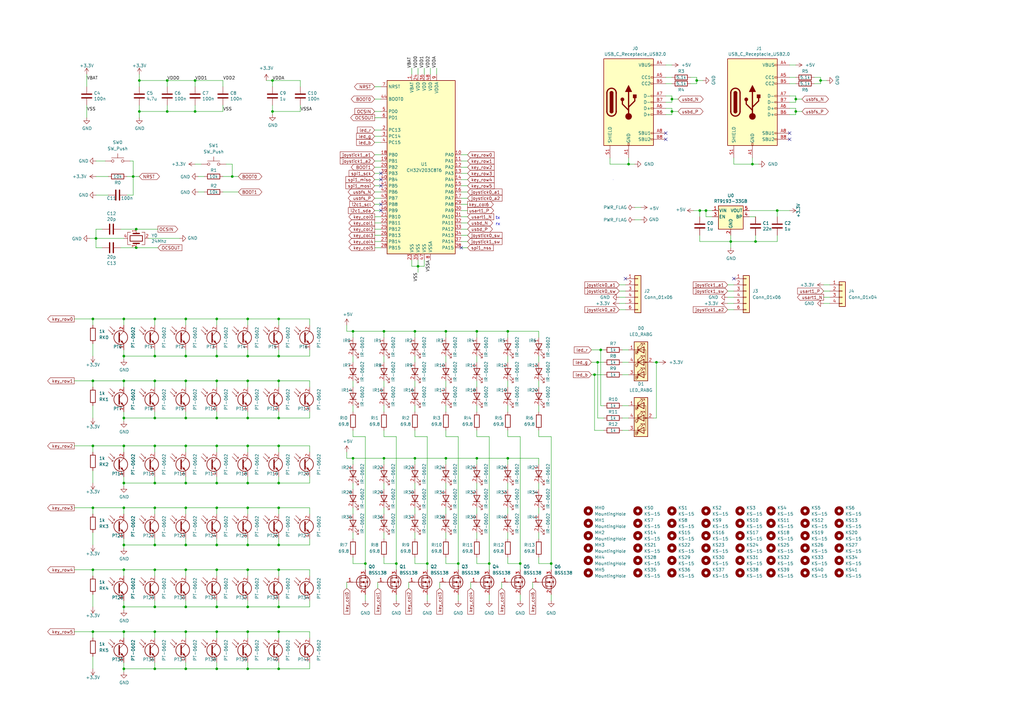
<source format=kicad_sch>
(kicad_sch (version 20211123) (generator eeschema)
  (paper "A3")
  (junction (at 95.25 72.39))
  (junction (at 200.66 231.14))
  (junction (at 149.86 231.14))
  (junction (at 50.8 171.45))
  (junction (at 63.5 248.92))
  (junction (at 195.58 135.89))
  (junction (at 243.84 153.67))
  (junction (at 144.78 187.96))
  (junction (at 336.55 33.02) (diameter 0.9144))
  (junction (at 50.8 248.92))
  (junction (at 76.2 130.81) (diameter 0.9144))
  (junction (at 114.3 208.28) (diameter 0.9144))
  (junction (at 63.5 259.08) (diameter 0.9144))
  (junction (at 187.96 231.14))
  (junction (at 57.15 33.02) (diameter 0.9144))
  (junction (at 68.58 33.02) (diameter 0.9144))
  (junction (at 88.9 248.92))
  (junction (at 68.58 45.72) (diameter 0.9144))
  (junction (at 88.9 156.21) (diameter 0.9144))
  (junction (at 144.78 135.89))
  (junction (at 88.9 182.88) (diameter 0.9144))
  (junction (at 55.88 93.98) (diameter 0.9144))
  (junction (at 246.38 143.51))
  (junction (at 50.8 259.08))
  (junction (at 101.6 198.12))
  (junction (at 114.3 259.08) (diameter 0.9144))
  (junction (at 101.6 182.88) (diameter 0.9144))
  (junction (at 175.26 231.14))
  (junction (at 50.8 208.28))
  (junction (at 101.6 274.32))
  (junction (at 88.9 223.52))
  (junction (at 38.1 259.08))
  (junction (at 213.36 231.14))
  (junction (at 309.88 99.06) (diameter 0.9144))
  (junction (at 101.6 233.68) (diameter 0.9144))
  (junction (at 101.6 171.45))
  (junction (at 170.18 135.89))
  (junction (at 88.9 274.32))
  (junction (at 76.2 146.05))
  (junction (at 50.8 274.32))
  (junction (at 114.3 233.68) (diameter 0.9144))
  (junction (at 299.72 99.06) (diameter 0.9144))
  (junction (at 257.81 67.31))
  (junction (at 114.3 198.12))
  (junction (at 170.18 187.96))
  (junction (at 54.61 72.39))
  (junction (at 50.8 130.81))
  (junction (at 76.2 171.45))
  (junction (at 114.3 156.21) (diameter 0.9144))
  (junction (at 275.59 45.72))
  (junction (at 63.5 223.52))
  (junction (at 88.9 259.08) (diameter 0.9144))
  (junction (at 111.76 45.72) (diameter 0.9144))
  (junction (at 50.8 182.88))
  (junction (at 101.6 156.21) (diameter 0.9144))
  (junction (at 50.8 223.52))
  (junction (at 269.24 148.59))
  (junction (at 326.39 40.64) (diameter 0.9144))
  (junction (at 195.58 187.96))
  (junction (at 63.5 198.12))
  (junction (at 182.88 135.89))
  (junction (at 57.15 45.72) (diameter 0.9144))
  (junction (at 38.1 208.28))
  (junction (at 80.01 33.02) (diameter 0.9144))
  (junction (at 101.6 248.92))
  (junction (at 287.02 86.36) (diameter 0.9144))
  (junction (at 326.39 45.72) (diameter 0.9144))
  (junction (at 101.6 130.81) (diameter 0.9144))
  (junction (at 101.6 259.08) (diameter 0.9144))
  (junction (at 88.9 198.12))
  (junction (at 88.9 208.28) (diameter 0.9144))
  (junction (at 38.1 156.21))
  (junction (at 63.5 274.32))
  (junction (at 38.1 182.88))
  (junction (at 157.48 187.96))
  (junction (at 101.6 146.05))
  (junction (at 114.3 248.92))
  (junction (at 114.3 171.45))
  (junction (at 38.1 233.68))
  (junction (at 80.01 45.72) (diameter 0.9144))
  (junction (at 318.77 86.36) (diameter 0.9144))
  (junction (at 208.28 135.89))
  (junction (at 208.28 187.96))
  (junction (at 63.5 233.68) (diameter 0.9144))
  (junction (at 76.2 223.52))
  (junction (at 114.3 130.81) (diameter 0.9144))
  (junction (at 39.37 97.79) (diameter 0.9144))
  (junction (at 101.6 208.28) (diameter 0.9144))
  (junction (at 76.2 208.28) (diameter 0.9144))
  (junction (at 289.56 86.36) (diameter 0.9144))
  (junction (at 63.5 171.45))
  (junction (at 63.5 208.28) (diameter 0.9144))
  (junction (at 76.2 156.21) (diameter 0.9144))
  (junction (at 76.2 274.32))
  (junction (at 171.45 109.22) (diameter 0.9144))
  (junction (at 226.06 231.14))
  (junction (at 63.5 156.21) (diameter 0.9144))
  (junction (at 285.75 33.02) (diameter 0.9144))
  (junction (at 50.8 156.21))
  (junction (at 38.1 130.81))
  (junction (at 63.5 146.05))
  (junction (at 114.3 146.05))
  (junction (at 182.88 187.96))
  (junction (at 76.2 198.12))
  (junction (at 76.2 233.68) (diameter 0.9144))
  (junction (at 114.3 223.52))
  (junction (at 162.56 231.14))
  (junction (at 275.59 40.64))
  (junction (at 50.8 146.05))
  (junction (at 50.8 198.12))
  (junction (at 245.11 148.59))
  (junction (at 50.8 233.68))
  (junction (at 63.5 182.88) (diameter 0.9144))
  (junction (at 76.2 259.08) (diameter 0.9144))
  (junction (at 55.88 101.6) (diameter 0.9144))
  (junction (at 88.9 233.68) (diameter 0.9144))
  (junction (at 76.2 182.88) (diameter 0.9144))
  (junction (at 63.5 130.81) (diameter 0.9144))
  (junction (at 88.9 171.45))
  (junction (at 101.6 223.52))
  (junction (at 114.3 182.88) (diameter 0.9144))
  (junction (at 114.3 274.32))
  (junction (at 88.9 146.05))
  (junction (at 157.48 135.89))
  (junction (at 111.76 33.02) (diameter 0.9144))
  (junction (at 88.9 130.81) (diameter 0.9144))
  (junction (at 308.61 67.31))
  (junction (at 76.2 248.92))
  (no_connect (at 300.99 114.3))
  (no_connect (at 156.21 76.2))
  (no_connect (at 323.85 57.15))
  (no_connect (at 323.85 54.61))
  (no_connect (at 189.23 101.6))
  (no_connect (at 156.21 83.82))
  (no_connect (at 156.21 86.36))
  (no_connect (at 156.21 71.12))
  (no_connect (at 256.54 114.3))
  (no_connect (at 273.05 54.61))
  (no_connect (at 273.05 57.15))
  (no_connect (at 156.21 73.66))
  (wire (pts (xy 153.67 55.88) (xy 156.21 55.88)))
  (wire (pts (xy 213.36 231.14) (xy 213.36 179.07)))
  (wire (pts (xy 144.78 135.89) (xy 142.24 135.89)))
  (wire (pts (xy 49.53 93.98) (xy 55.88 93.98)))
  (wire (pts (xy 101.6 271.78) (xy 101.6 274.32)))
  (wire (pts (xy 76.2 271.78) (xy 76.2 274.32)))
  (wire (pts (xy 76.2 233.68) (xy 63.5 233.68)))
  (wire (pts (xy 127 133.35) (xy 127 130.81)))
  (wire (pts (xy 318.77 88.9) (xy 318.77 86.36)))
  (wire (pts (xy 50.8 133.35) (xy 50.8 130.81)))
  (wire (pts (xy 309.88 96.52) (xy 309.88 99.06)))
  (wire (pts (xy 153.67 63.5) (xy 156.21 63.5)))
  (wire (pts (xy 171.45 27.94) (xy 171.45 30.48)))
  (wire (pts (xy 182.88 187.96) (xy 182.88 190.5)))
  (wire (pts (xy 144.78 198.12) (xy 144.78 200.66)))
  (wire (pts (xy 63.5 182.88) (xy 50.8 182.88)))
  (wire (pts (xy 144.78 166.37) (xy 144.78 168.91)))
  (wire (pts (xy 88.9 158.75) (xy 88.9 156.21)))
  (wire (pts (xy 254 116.84) (xy 256.54 116.84)))
  (wire (pts (xy 76.2 210.82) (xy 76.2 208.28)))
  (wire (pts (xy 101.6 195.58) (xy 101.6 198.12)))
  (wire (pts (xy 88.9 261.62) (xy 88.9 259.08)))
  (wire (pts (xy 127 248.92) (xy 127 246.38)))
  (wire (pts (xy 191.77 76.2) (xy 189.23 76.2)))
  (wire (pts (xy 257.81 67.31) (xy 260.35 67.31)))
  (wire (pts (xy 220.98 187.96) (xy 220.98 190.5)))
  (wire (pts (xy 127 182.88) (xy 114.3 182.88)))
  (wire (pts (xy 220.98 208.28) (xy 220.98 210.82)))
  (wire (pts (xy 76.2 246.38) (xy 76.2 248.92)))
  (wire (pts (xy 220.98 156.21) (xy 220.98 158.75)))
  (wire (pts (xy 298.45 119.38) (xy 300.99 119.38)))
  (wire (pts (xy 50.8 147.32) (xy 50.8 146.05)))
  (wire (pts (xy 80.01 45.72) (xy 91.44 45.72)))
  (wire (pts (xy 38.1 182.88) (xy 38.1 185.42)))
  (wire (pts (xy 52.07 80.01) (xy 54.61 80.01)))
  (wire (pts (xy 298.45 121.92) (xy 300.99 121.92)))
  (wire (pts (xy 88.9 259.08) (xy 76.2 259.08)))
  (wire (pts (xy 50.8 143.51) (xy 50.8 146.05)))
  (wire (pts (xy 95.25 67.31) (xy 92.71 67.31)))
  (wire (pts (xy 170.18 166.37) (xy 170.18 168.91)))
  (wire (pts (xy 76.2 133.35) (xy 76.2 130.81)))
  (wire (pts (xy 189.23 88.9) (xy 191.77 88.9)))
  (wire (pts (xy 226.06 231.14) (xy 226.06 233.68)))
  (wire (pts (xy 254 121.92) (xy 256.54 121.92)))
  (wire (pts (xy 63.5 130.81) (xy 50.8 130.81)))
  (wire (pts (xy 195.58 187.96) (xy 195.58 190.5)))
  (wire (pts (xy 63.5 210.82) (xy 63.5 208.28)))
  (wire (pts (xy 88.9 168.91) (xy 88.9 171.45)))
  (wire (pts (xy 156.21 101.6) (xy 153.67 101.6)))
  (wire (pts (xy 275.59 31.75) (xy 273.05 31.75)))
  (wire (pts (xy 88.9 220.98) (xy 88.9 223.52)))
  (wire (pts (xy 114.3 198.12) (xy 127 198.12)))
  (wire (pts (xy 127 210.82) (xy 127 208.28)))
  (wire (pts (xy 289.56 86.36) (xy 289.56 88.9)))
  (wire (pts (xy 50.8 223.52) (xy 63.5 223.52)))
  (wire (pts (xy 242.57 143.51) (xy 246.38 143.51)))
  (wire (pts (xy 114.3 133.35) (xy 114.3 130.81)))
  (wire (pts (xy 170.18 218.44) (xy 170.18 220.98)))
  (wire (pts (xy 38.1 233.68) (xy 50.8 233.68)))
  (wire (pts (xy 111.76 33.02) (xy 111.76 35.56)))
  (wire (pts (xy 127 146.05) (xy 127 143.51)))
  (wire (pts (xy 101.6 171.45) (xy 114.3 171.45)))
  (wire (pts (xy 208.28 228.6) (xy 208.28 231.14)))
  (wire (pts (xy 307.34 86.36) (xy 318.77 86.36)))
  (wire (pts (xy 76.2 274.32) (xy 88.9 274.32)))
  (wire (pts (xy 35.56 30.48) (xy 35.56 35.56)))
  (wire (pts (xy 318.77 86.36) (xy 323.85 86.36)))
  (wire (pts (xy 88.9 223.52) (xy 101.6 223.52)))
  (wire (pts (xy 287.02 96.52) (xy 287.02 99.06)))
  (wire (pts (xy 83.82 72.39) (xy 81.28 72.39)))
  (wire (pts (xy 298.45 127) (xy 300.99 127)))
  (wire (pts (xy 114.3 143.51) (xy 114.3 146.05)))
  (wire (pts (xy 63.5 271.78) (xy 63.5 274.32)))
  (wire (pts (xy 287.02 86.36) (xy 284.48 86.36)))
  (wire (pts (xy 250.19 64.77) (xy 250.19 67.31)))
  (wire (pts (xy 63.5 168.91) (xy 63.5 171.45)))
  (wire (pts (xy 127 156.21) (xy 114.3 156.21)))
  (wire (pts (xy 114.3 182.88) (xy 101.6 182.88)))
  (wire (pts (xy 127 223.52) (xy 127 220.98)))
  (wire (pts (xy 50.8 271.78) (xy 50.8 274.32)))
  (wire (pts (xy 41.91 101.6) (xy 39.37 101.6)))
  (wire (pts (xy 157.48 198.12) (xy 157.48 200.66)))
  (wire (pts (xy 157.48 156.21) (xy 157.48 158.75)))
  (wire (pts (xy 50.8 224.79) (xy 50.8 223.52)))
  (wire (pts (xy 101.6 261.62) (xy 101.6 259.08)))
  (wire (pts (xy 157.48 135.89) (xy 170.18 135.89)))
  (wire (pts (xy 50.8 185.42) (xy 50.8 182.88)))
  (wire (pts (xy 208.28 135.89) (xy 220.98 135.89)))
  (wire (pts (xy 114.3 246.38) (xy 114.3 248.92)))
  (wire (pts (xy 111.76 45.72) (xy 111.76 46.99)))
  (wire (pts (xy 153.67 86.36) (xy 156.21 86.36)))
  (wire (pts (xy 326.39 45.72) (xy 328.93 45.72)))
  (wire (pts (xy 80.01 43.18) (xy 80.01 45.72)))
  (wire (pts (xy 38.1 259.08) (xy 38.1 261.62)))
  (wire (pts (xy 114.3 261.62) (xy 114.3 259.08)))
  (wire (pts (xy 156.21 99.06) (xy 153.67 99.06)))
  (wire (pts (xy 220.98 176.53) (xy 220.98 179.07)))
  (wire (pts (xy 170.18 135.89) (xy 182.88 135.89)))
  (wire (pts (xy 63.5 248.92) (xy 76.2 248.92)))
  (wire (pts (xy 153.67 73.66) (xy 156.21 73.66)))
  (wire (pts (xy 149.86 231.14) (xy 144.78 231.14)))
  (wire (pts (xy 144.78 187.96) (xy 157.48 187.96)))
  (wire (pts (xy 111.76 45.72) (xy 123.19 45.72)))
  (wire (pts (xy 142.24 185.42) (xy 142.24 187.96)))
  (wire (pts (xy 191.77 78.74) (xy 189.23 78.74)))
  (wire (pts (xy 88.9 182.88) (xy 76.2 182.88)))
  (wire (pts (xy 208.28 198.12) (xy 208.28 200.66)))
  (wire (pts (xy 101.6 246.38) (xy 101.6 248.92)))
  (wire (pts (xy 76.2 223.52) (xy 88.9 223.52)))
  (wire (pts (xy 91.44 78.74) (xy 97.79 78.74)))
  (wire (pts (xy 208.28 146.05) (xy 208.28 148.59)))
  (wire (pts (xy 101.6 156.21) (xy 88.9 156.21)))
  (wire (pts (xy 334.01 31.75) (xy 336.55 31.75)))
  (wire (pts (xy 247.65 171.45) (xy 245.11 171.45)))
  (wire (pts (xy 275.59 34.29) (xy 273.05 34.29)))
  (wire (pts (xy 39.37 72.39) (xy 44.45 72.39)))
  (wire (pts (xy 38.1 223.52) (xy 38.1 218.44)))
  (wire (pts (xy 50.8 248.92) (xy 63.5 248.92)))
  (wire (pts (xy 220.98 166.37) (xy 220.98 168.91)))
  (wire (pts (xy 182.88 166.37) (xy 182.88 168.91)))
  (wire (pts (xy 156.21 96.52) (xy 153.67 96.52)))
  (wire (pts (xy 63.5 261.62) (xy 63.5 259.08)))
  (wire (pts (xy 38.1 208.28) (xy 38.1 210.82)))
  (wire (pts (xy 170.18 187.96) (xy 182.88 187.96)))
  (wire (pts (xy 275.59 45.72) (xy 275.59 46.99)))
  (wire (pts (xy 101.6 158.75) (xy 101.6 156.21)))
  (wire (pts (xy 114.3 146.05) (xy 127 146.05)))
  (wire (pts (xy 157.48 218.44) (xy 157.48 220.98)))
  (wire (pts (xy 162.56 243.84) (xy 162.56 246.38)))
  (wire (pts (xy 208.28 187.96) (xy 220.98 187.96)))
  (wire (pts (xy 114.3 271.78) (xy 114.3 274.32)))
  (wire (pts (xy 156.21 45.72) (xy 153.67 45.72)))
  (wire (pts (xy 175.26 231.14) (xy 175.26 179.07)))
  (wire (pts (xy 76.2 220.98) (xy 76.2 223.52)))
  (wire (pts (xy 195.58 208.28) (xy 195.58 210.82)))
  (wire (pts (xy 38.1 248.92) (xy 38.1 243.84)))
  (wire (pts (xy 50.8 246.38) (xy 50.8 248.92)))
  (wire (pts (xy 57.15 33.02) (xy 57.15 35.56)))
  (wire (pts (xy 57.15 45.72) (xy 68.58 45.72)))
  (wire (pts (xy 173.99 106.68) (xy 173.99 109.22)))
  (wire (pts (xy 298.45 124.46) (xy 300.99 124.46)))
  (wire (pts (xy 50.8 274.32) (xy 63.5 274.32)))
  (wire (pts (xy 208.28 218.44) (xy 208.28 220.98)))
  (wire (pts (xy 195.58 166.37) (xy 195.58 168.91)))
  (wire (pts (xy 127 185.42) (xy 127 182.88)))
  (wire (pts (xy 255.27 171.45) (xy 257.81 171.45)))
  (wire (pts (xy 275.59 40.64) (xy 278.13 40.64)))
  (wire (pts (xy 114.3 130.81) (xy 101.6 130.81)))
  (wire (pts (xy 182.88 208.28) (xy 182.88 210.82)))
  (wire (pts (xy 187.96 231.14) (xy 187.96 233.68)))
  (wire (pts (xy 50.8 198.12) (xy 63.5 198.12)))
  (wire (pts (xy 167.64 238.76) (xy 167.64 241.3)))
  (wire (pts (xy 200.66 231.14) (xy 195.58 231.14)))
  (wire (pts (xy 153.67 88.9) (xy 156.21 88.9)))
  (wire (pts (xy 76.2 156.21) (xy 63.5 156.21)))
  (wire (pts (xy 39.37 97.79) (xy 36.83 97.79)))
  (wire (pts (xy 255.27 153.67) (xy 257.81 153.67)))
  (wire (pts (xy 182.88 135.89) (xy 195.58 135.89)))
  (wire (pts (xy 170.18 176.53) (xy 170.18 179.07)))
  (wire (pts (xy 88.9 146.05) (xy 101.6 146.05)))
  (wire (pts (xy 157.48 166.37) (xy 157.48 168.91)))
  (wire (pts (xy 254 127) (xy 256.54 127)))
  (wire (pts (xy 213.36 243.84) (xy 213.36 246.38)))
  (wire (pts (xy 242.57 153.67) (xy 243.84 153.67)))
  (wire (pts (xy 127 198.12) (xy 127 195.58)))
  (wire (pts (xy 114.3 223.52) (xy 127 223.52)))
  (wire (pts (xy 287.02 86.36) (xy 289.56 86.36)))
  (wire (pts (xy 127 208.28) (xy 114.3 208.28)))
  (wire (pts (xy 326.39 40.64) (xy 328.93 40.64)))
  (wire (pts (xy 153.67 48.26) (xy 156.21 48.26)))
  (wire (pts (xy 323.85 44.45) (xy 326.39 44.45)))
  (wire (pts (xy 182.88 198.12) (xy 182.88 200.66)))
  (wire (pts (xy 247.65 176.53) (xy 243.84 176.53)))
  (wire (pts (xy 101.6 146.05) (xy 114.3 146.05)))
  (wire (pts (xy 101.6 233.68) (xy 88.9 233.68)))
  (wire (pts (xy 308.61 67.31) (xy 311.15 67.31)))
  (wire (pts (xy 308.61 64.77) (xy 308.61 67.31)))
  (wire (pts (xy 275.59 40.64) (xy 275.59 41.91)))
  (wire (pts (xy 144.78 187.96) (xy 144.78 190.5)))
  (wire (pts (xy 101.6 210.82) (xy 101.6 208.28)))
  (wire (pts (xy 38.1 208.28) (xy 50.8 208.28)))
  (wire (pts (xy 101.6 168.91) (xy 101.6 171.45)))
  (wire (pts (xy 336.55 31.75) (xy 336.55 33.02)))
  (wire (pts (xy 156.21 78.74) (xy 153.67 78.74)))
  (wire (pts (xy 76.2 208.28) (xy 63.5 208.28)))
  (wire (pts (xy 55.88 101.6) (xy 64.77 101.6)))
  (wire (pts (xy 88.9 143.51) (xy 88.9 146.05)))
  (wire (pts (xy 220.98 218.44) (xy 220.98 220.98)))
  (wire (pts (xy 114.3 185.42) (xy 114.3 182.88)))
  (wire (pts (xy 91.44 43.18) (xy 91.44 45.72)))
  (wire (pts (xy 81.28 78.74) (xy 83.82 78.74)))
  (wire (pts (xy 144.78 208.28) (xy 144.78 210.82)))
  (wire (pts (xy 63.5 259.08) (xy 50.8 259.08)))
  (wire (pts (xy 88.9 248.92) (xy 101.6 248.92)))
  (wire (pts (xy 275.59 41.91) (xy 273.05 41.91)))
  (wire (pts (xy 175.26 231.14) (xy 170.18 231.14)))
  (wire (pts (xy 157.48 176.53) (xy 157.48 179.07)))
  (wire (pts (xy 76.2 182.88) (xy 63.5 182.88)))
  (wire (pts (xy 257.81 64.77) (xy 257.81 67.31)))
  (wire (pts (xy 195.58 187.96) (xy 208.28 187.96)))
  (wire (pts (xy 260.35 90.17) (xy 262.89 90.17)))
  (wire (pts (xy 76.2 248.92) (xy 88.9 248.92)))
  (wire (pts (xy 88.9 274.32) (xy 101.6 274.32)))
  (wire (pts (xy 191.77 71.12) (xy 189.23 71.12)))
  (wire (pts (xy 149.86 243.84) (xy 149.86 246.38)))
  (wire (pts (xy 156.21 35.56) (xy 153.67 35.56)))
  (wire (pts (xy 88.9 271.78) (xy 88.9 274.32)))
  (wire (pts (xy 50.8 210.82) (xy 50.8 208.28)))
  (wire (pts (xy 153.67 66.04) (xy 156.21 66.04)))
  (wire (pts (xy 175.26 179.07) (xy 170.18 179.07)))
  (wire (pts (xy 88.9 130.81) (xy 76.2 130.81)))
  (wire (pts (xy 114.3 233.68) (xy 101.6 233.68)))
  (wire (pts (xy 114.3 274.32) (xy 127 274.32)))
  (wire (pts (xy 127 259.08) (xy 114.3 259.08)))
  (wire (pts (xy 220.98 198.12) (xy 220.98 200.66)))
  (wire (pts (xy 269.24 171.45) (xy 267.97 171.45)))
  (wire (pts (xy 50.8 172.72) (xy 50.8 171.45)))
  (wire (pts (xy 182.88 176.53) (xy 182.88 179.07)))
  (wire (pts (xy 173.99 109.22) (xy 171.45 109.22)))
  (wire (pts (xy 299.72 99.06) (xy 309.88 99.06)))
  (wire (pts (xy 189.23 93.98) (xy 191.77 93.98)))
  (wire (pts (xy 175.26 231.14) (xy 175.26 233.68)))
  (wire (pts (xy 30.48 182.88) (xy 38.1 182.88)))
  (wire (pts (xy 255.27 148.59) (xy 257.81 148.59)))
  (wire (pts (xy 243.84 153.67) (xy 243.84 176.53)))
  (wire (pts (xy 50.8 199.39) (xy 50.8 198.12)))
  (wire (pts (xy 220.98 228.6) (xy 220.98 231.14)))
  (wire (pts (xy 88.9 208.28) (xy 76.2 208.28)))
  (wire (pts (xy 246.38 143.51) (xy 246.38 166.37)))
  (wire (pts (xy 127 236.22) (xy 127 233.68)))
  (wire (pts (xy 114.3 195.58) (xy 114.3 198.12)))
  (wire (pts (xy 336.55 33.02) (xy 336.55 34.29)))
  (wire (pts (xy 154.94 238.76) (xy 154.94 241.3)))
  (wire (pts (xy 101.6 143.51) (xy 101.6 146.05)))
  (wire (pts (xy 189.23 86.36) (xy 191.77 86.36)))
  (wire (pts (xy 38.1 146.05) (xy 38.1 140.97)))
  (wire (pts (xy 170.18 156.21) (xy 170.18 158.75)))
  (wire (pts (xy 182.88 228.6) (xy 182.88 231.14)))
  (wire (pts (xy 63.5 185.42) (xy 63.5 182.88)))
  (wire (pts (xy 309.88 99.06) (xy 318.77 99.06)))
  (wire (pts (xy 182.88 146.05) (xy 182.88 148.59)))
  (wire (pts (xy 326.39 31.75) (xy 323.85 31.75)))
  (wire (pts (xy 88.9 195.58) (xy 88.9 198.12)))
  (wire (pts (xy 38.1 156.21) (xy 50.8 156.21)))
  (wire (pts (xy 289.56 88.9) (xy 292.1 88.9)))
  (wire (pts (xy 123.19 33.02) (xy 123.19 35.56)))
  (wire (pts (xy 171.45 109.22) (xy 171.45 106.68)))
  (wire (pts (xy 182.88 135.89) (xy 182.88 138.43)))
  (wire (pts (xy 337.82 124.46) (xy 340.36 124.46)))
  (wire (pts (xy 63.5 195.58) (xy 63.5 198.12)))
  (wire (pts (xy 269.24 148.59) (xy 270.51 148.59)))
  (wire (pts (xy 275.59 45.72) (xy 275.59 44.45)))
  (wire (pts (xy 63.5 198.12) (xy 76.2 198.12)))
  (wire (pts (xy 127 130.81) (xy 114.3 130.81)))
  (wire (pts (xy 35.56 43.18) (xy 35.56 48.26)))
  (wire (pts (xy 50.8 158.75) (xy 50.8 156.21)))
  (wire (pts (xy 170.18 187.96) (xy 170.18 190.5)))
  (wire (pts (xy 200.66 179.07) (xy 195.58 179.07)))
  (wire (pts (xy 193.04 238.76) (xy 193.04 241.3)))
  (wire (pts (xy 54.61 66.04) (xy 53.34 66.04)))
  (wire (pts (xy 226.06 179.07) (xy 220.98 179.07)))
  (wire (pts (xy 144.78 228.6) (xy 144.78 231.14)))
  (wire (pts (xy 157.48 146.05) (xy 157.48 148.59)))
  (wire (pts (xy 262.89 85.09) (xy 260.35 85.09)))
  (wire (pts (xy 88.9 133.35) (xy 88.9 130.81)))
  (wire (pts (xy 50.8 261.62) (xy 50.8 259.08)))
  (wire (pts (xy 246.38 143.51) (xy 247.65 143.51)))
  (wire (pts (xy 175.26 243.84) (xy 175.26 246.38)))
  (wire (pts (xy 191.77 101.6) (xy 189.23 101.6)))
  (wire (pts (xy 144.78 156.21) (xy 144.78 158.75)))
  (wire (pts (xy 38.1 274.32) (xy 38.1 269.24)))
  (wire (pts (xy 114.3 248.92) (xy 127 248.92)))
  (wire (pts (xy 326.39 40.64) (xy 326.39 41.91)))
  (wire (pts (xy 326.39 34.29) (xy 323.85 34.29)))
  (wire (pts (xy 54.61 72.39) (xy 54.61 80.01)))
  (wire (pts (xy 153.67 71.12) (xy 156.21 71.12)))
  (wire (pts (xy 170.18 146.05) (xy 170.18 148.59)))
  (wire (pts (xy 63.5 236.22) (xy 63.5 233.68)))
  (wire (pts (xy 170.18 228.6) (xy 170.18 231.14)))
  (wire (pts (xy 287.02 99.06) (xy 299.72 99.06)))
  (wire (pts (xy 76.2 146.05) (xy 88.9 146.05)))
  (wire (pts (xy 114.3 236.22) (xy 114.3 233.68)))
  (wire (pts (xy 326.39 45.72) (xy 326.39 46.99)))
  (wire (pts (xy 30.48 130.81) (xy 38.1 130.81)))
  (wire (pts (xy 50.8 220.98) (xy 50.8 223.52)))
  (wire (pts (xy 114.3 208.28) (xy 101.6 208.28)))
  (wire (pts (xy 336.55 34.29) (xy 334.01 34.29)))
  (wire (pts (xy 226.06 243.84) (xy 226.06 246.38)))
  (wire (pts (xy 149.86 231.14) (xy 149.86 233.68)))
  (wire (pts (xy 30.48 156.21) (xy 38.1 156.21)))
  (wire (pts (xy 213.36 231.14) (xy 208.28 231.14)))
  (wire (pts (xy 76.2 261.62) (xy 76.2 259.08)))
  (wire (pts (xy 101.6 259.08) (xy 88.9 259.08)))
  (wire (pts (xy 114.3 171.45) (xy 127 171.45)))
  (wire (pts (xy 187.96 231.14) (xy 182.88 231.14)))
  (wire (pts (xy 142.24 133.35) (xy 142.24 135.89)))
  (wire (pts (xy 68.58 45.72) (xy 80.01 45.72)))
  (wire (pts (xy 63.5 171.45) (xy 76.2 171.45)))
  (wire (pts (xy 101.6 236.22) (xy 101.6 233.68)))
  (wire (pts (xy 68.58 33.02) (xy 57.15 33.02)))
  (wire (pts (xy 63.5 274.32) (xy 76.2 274.32)))
  (wire (pts (xy 63.5 143.51) (xy 63.5 146.05)))
  (wire (pts (xy 156.21 93.98) (xy 153.67 93.98)))
  (wire (pts (xy 218.44 238.76) (xy 218.44 241.3)))
  (wire (pts (xy 275.59 45.72) (xy 278.13 45.72)))
  (wire (pts (xy 200.66 243.84) (xy 200.66 246.38)))
  (wire (pts (xy 111.76 33.02) (xy 123.19 33.02)))
  (wire (pts (xy 195.58 228.6) (xy 195.58 231.14)))
  (wire (pts (xy 191.77 68.58) (xy 189.23 68.58)))
  (wire (pts (xy 76.2 185.42) (xy 76.2 182.88)))
  (wire (pts (xy 153.67 40.64) (xy 156.21 40.64)))
  (wire (pts (xy 243.84 153.67) (xy 247.65 153.67)))
  (wire (pts (xy 250.19 67.31) (xy 257.81 67.31)))
  (wire (pts (xy 30.48 259.08) (xy 38.1 259.08)))
  (wire (pts (xy 88.9 171.45) (xy 101.6 171.45)))
  (wire (pts (xy 88.9 233.68) (xy 76.2 233.68)))
  (wire (pts (xy 195.58 218.44) (xy 195.58 220.98)))
  (wire (pts (xy 255.27 143.51) (xy 257.81 143.51)))
  (wire (pts (xy 50.8 275.59) (xy 50.8 274.32)))
  (wire (pts (xy 50.8 195.58) (xy 50.8 198.12)))
  (wire (pts (xy 88.9 198.12) (xy 101.6 198.12)))
  (wire (pts (xy 299.72 99.06) (xy 299.72 101.6)))
  (wire (pts (xy 63.5 220.98) (xy 63.5 223.52)))
  (wire (pts (xy 273.05 44.45) (xy 275.59 44.45)))
  (wire (pts (xy 50.8 171.45) (xy 63.5 171.45)))
  (wire (pts (xy 101.6 220.98) (xy 101.6 223.52)))
  (wire (pts (xy 208.28 166.37) (xy 208.28 168.91)))
  (wire (pts (xy 191.77 63.5) (xy 189.23 63.5)))
  (wire (pts (xy 127 274.32) (xy 127 271.78)))
  (wire (pts (xy 208.28 208.28) (xy 208.28 210.82)))
  (wire (pts (xy 285.75 33.02) (xy 288.29 33.02)))
  (wire (pts (xy 39.37 97.79) (xy 39.37 101.6)))
  (wire (pts (xy 162.56 179.07) (xy 157.48 179.07)))
  (wire (pts (xy 208.28 135.89) (xy 208.28 138.43)))
  (wire (pts (xy 30.48 208.28) (xy 38.1 208.28)))
  (wire (pts (xy 101.6 248.92) (xy 114.3 248.92)))
  (wire (pts (xy 176.53 27.94) (xy 176.53 30.48)))
  (wire (pts (xy 340.36 121.92) (xy 337.82 121.92)))
  (wire (pts (xy 254 124.46) (xy 256.54 124.46)))
  (wire (pts (xy 57.15 45.72) (xy 57.15 48.26)))
  (wire (pts (xy 191.77 66.04) (xy 189.23 66.04)))
  (wire (pts (xy 195.58 176.53) (xy 195.58 179.07)))
  (wire (pts (xy 157.48 208.28) (xy 157.48 210.82)))
  (wire (pts (xy 95.25 72.39) (xy 97.79 72.39)))
  (polyline (pts (xy 251.46 73.66) (xy 251.46 73.66)))
  (wire (pts (xy 254 119.38) (xy 256.54 119.38)))
  (wire (pts (xy 55.88 93.98) (xy 64.77 93.98)))
  (wire (pts (xy 142.24 238.76) (xy 142.24 241.3)))
  (wire (pts (xy 187.96 243.84) (xy 187.96 246.38)))
  (wire (pts (xy 63.5 158.75) (xy 63.5 156.21)))
  (wire (pts (xy 101.6 223.52) (xy 114.3 223.52)))
  (wire (pts (xy 76.2 158.75) (xy 76.2 156.21)))
  (wire (pts (xy 88.9 246.38) (xy 88.9 248.92)))
  (wire (pts (xy 168.91 109.22) (xy 171.45 109.22)))
  (wire (pts (xy 101.6 182.88) (xy 88.9 182.88)))
  (wire (pts (xy 114.3 158.75) (xy 114.3 156.21)))
  (wire (pts (xy 213.36 231.14) (xy 213.36 233.68)))
  (wire (pts (xy 95.25 67.31) (xy 95.25 72.39)))
  (wire (pts (xy 326.39 46.99) (xy 323.85 46.99)))
  (wire (pts (xy 127 233.68) (xy 114.3 233.68)))
  (wire (pts (xy 208.28 156.21) (xy 208.28 158.75)))
  (wire (pts (xy 76.2 198.12) (xy 88.9 198.12)))
  (wire (pts (xy 109.22 33.02) (xy 111.76 33.02)))
  (wire (pts (xy 50.8 146.05) (xy 63.5 146.05)))
  (wire (pts (xy 326.39 44.45) (xy 326.39 45.72)))
  (wire (pts (xy 101.6 130.81) (xy 88.9 130.81)))
  (wire (pts (xy 269.24 148.59) (xy 269.24 171.45)))
  (wire (pts (xy 144.78 135.89) (xy 157.48 135.89)))
  (wire (pts (xy 39.37 80.01) (xy 44.45 80.01)))
  (wire (pts (xy 156.21 91.44) (xy 153.67 91.44)))
  (wire (pts (xy 80.01 33.02) (xy 80.01 35.56)))
  (wire (pts (xy 267.97 148.59) (xy 269.24 148.59)))
  (wire (pts (xy 170.18 208.28) (xy 170.18 210.82)))
  (wire (pts (xy 283.21 31.75) (xy 285.75 31.75)))
  (wire (pts (xy 123.19 43.18) (xy 123.19 45.72)))
  (wire (pts (xy 114.3 259.08) (xy 101.6 259.08)))
  (wire (pts (xy 63.5 146.05) (xy 76.2 146.05)))
  (wire (pts (xy 170.18 198.12) (xy 170.18 200.66)))
  (wire (pts (xy 153.67 83.82) (xy 156.21 83.82)))
  (wire (pts (xy 162.56 231.14) (xy 162.56 233.68)))
  (wire (pts (xy 144.78 187.96) (xy 142.24 187.96)))
  (wire (pts (xy 68.58 43.18) (xy 68.58 45.72)))
  (wire (pts (xy 63.5 156.21) (xy 50.8 156.21)))
  (wire (pts (xy 242.57 148.59) (xy 245.11 148.59)))
  (wire (pts (xy 195.58 135.89) (xy 208.28 135.89)))
  (wire (pts (xy 191.77 81.28) (xy 189.23 81.28)))
  (wire (pts (xy 76.2 195.58) (xy 76.2 198.12)))
  (wire (pts (xy 195.58 198.12) (xy 195.58 200.66)))
  (wire (pts (xy 187.96 179.07) (xy 182.88 179.07)))
  (wire (pts (xy 326.39 41.91) (xy 323.85 41.91)))
  (wire (pts (xy 54.61 72.39) (xy 57.15 72.39)))
  (wire (pts (xy 200.66 231.14) (xy 200.66 233.68)))
  (wire (pts (xy 52.07 72.39) (xy 54.61 72.39)))
  (wire (pts (xy 54.61 66.04) (xy 54.61 72.39)))
  (wire (pts (xy 63.5 208.28) (xy 50.8 208.28)))
  (wire (pts (xy 191.77 99.06) (xy 189.23 99.06)))
  (wire (pts (xy 149.86 231.14) (xy 149.86 179.07)))
  (wire (pts (xy 300.99 64.77) (xy 300.99 67.31)))
  (wire (pts (xy 114.3 168.91) (xy 114.3 171.45)))
  (wire (pts (xy 173.99 27.94) (xy 173.99 30.48)))
  (wire (pts (xy 285.75 34.29) (xy 283.21 34.29)))
  (wire (pts (xy 144.78 135.89) (xy 144.78 138.43)))
  (wire (pts (xy 171.45 109.22) (xy 171.45 111.76)))
  (wire (pts (xy 168.91 27.94) (xy 168.91 30.48)))
  (wire (pts (xy 101.6 198.12) (xy 114.3 198.12)))
  (wire (pts (xy 189.23 91.44) (xy 191.77 91.44)))
  (wire (pts (xy 41.91 93.98) (xy 39.37 93.98)))
  (wire (pts (xy 182.88 218.44) (xy 182.88 220.98)))
  (wire (pts (xy 208.28 187.96) (xy 208.28 190.5)))
  (wire (pts (xy 275.59 39.37) (xy 275.59 40.64)))
  (wire (pts (xy 76.2 259.08) (xy 63.5 259.08)))
  (wire (pts (xy 179.07 27.94) (xy 179.07 30.48)))
  (wire (pts (xy 76.2 236.22) (xy 76.2 233.68)))
  (wire (pts (xy 38.1 182.88) (xy 50.8 182.88)))
  (wire (pts (xy 226.06 231.14) (xy 220.98 231.14)))
  (wire (pts (xy 153.67 76.2) (xy 156.21 76.2)))
  (wire (pts (xy 255.27 176.53) (xy 257.81 176.53)))
  (wire (pts (xy 336.55 33.02) (xy 339.09 33.02)))
  (wire (pts (xy 91.44 33.02) (xy 91.44 35.56)))
  (wire (pts (xy 287.02 86.36) (xy 287.02 88.9)))
  (wire (pts (xy 39.37 93.98) (xy 39.37 97.79)))
  (wire (pts (xy 245.11 148.59) (xy 247.65 148.59)))
  (wire (pts (xy 38.1 171.45) (xy 38.1 166.37)))
  (wire (pts (xy 149.86 179.07) (xy 144.78 179.07)))
  (wire (pts (xy 38.1 130.81) (xy 38.1 133.35)))
  (wire (pts (xy 182.88 156.21) (xy 182.88 158.75)))
  (wire (pts (xy 182.88 187.96) (xy 195.58 187.96)))
  (wire (pts (xy 88.9 236.22) (xy 88.9 233.68)))
  (wire (pts (xy 63.5 133.35) (xy 63.5 130.81)))
  (wire (pts (xy 247.65 166.37) (xy 246.38 166.37)))
  (wire (pts (xy 91.44 33.02) (xy 80.01 33.02)))
  (wire (pts (xy 50.8 250.19) (xy 50.8 248.92)))
  (wire (pts (xy 273.05 39.37) (xy 275.59 39.37)))
  (wire (pts (xy 88.9 156.21) (xy 76.2 156.21)))
  (wire (pts (xy 189.23 83.82) (xy 191.77 83.82)))
  (wire (pts (xy 80.01 67.31) (xy 82.55 67.31)))
  (wire (pts (xy 156.21 68.58) (xy 153.67 68.58)))
  (wire (pts (xy 38.1 130.81) (xy 50.8 130.81)))
  (wire (pts (xy 111.76 43.18) (xy 111.76 45.72)))
  (wire (pts (xy 255.27 166.37) (xy 257.81 166.37)))
  (wire (pts (xy 76.2 171.45) (xy 88.9 171.45)))
  (wire (pts (xy 114.3 220.98) (xy 114.3 223.52)))
  (wire (pts (xy 189.23 73.66) (xy 191.77 73.66)))
  (wire (pts (xy 300.99 67.31) (xy 308.61 67.31)))
  (wire (pts (xy 157.48 187.96) (xy 157.48 190.5)))
  (wire (pts (xy 153.67 58.42) (xy 156.21 58.42)))
  (wire (pts (xy 68.58 35.56) (xy 68.58 33.02)))
  (wire (pts (xy 63.5 233.68) (xy 50.8 233.68)))
  (wire (pts (xy 76.2 168.91) (xy 76.2 171.45)))
  (wire (pts (xy 49.53 101.6) (xy 55.88 101.6)))
  (wire (pts (xy 157.48 228.6) (xy 157.48 231.14)))
  (wire (pts (xy 213.36 179.07) (xy 208.28 179.07)))
  (wire (pts (xy 307.34 88.9) (xy 309.88 88.9)))
  (wire (pts (xy 195.58 156.21) (xy 195.58 158.75)))
  (wire (pts (xy 127 261.62) (xy 127 259.08)))
  (wire (pts (xy 180.34 238.76) (xy 180.34 241.3)))
  (wire (pts (xy 127 158.75) (xy 127 156.21)))
  (wire (pts (xy 337.82 116.84) (xy 340.36 116.84)))
  (wire (pts (xy 38.1 233.68) (xy 38.1 236.22)))
  (wire (pts (xy 153.67 81.28) (xy 156.21 81.28)))
  (wire (pts (xy 299.72 96.52) (xy 299.72 99.06)))
  (wire (pts (xy 191.77 96.52) (xy 189.23 96.52)))
  (wire (pts (xy 38.1 259.08) (xy 50.8 259.08)))
  (wire (pts (xy 195.58 146.05) (xy 195.58 148.59)))
  (wire (pts (xy 57.15 45.72) (xy 57.15 43.18)))
  (wire (pts (xy 114.3 156.21) (xy 101.6 156.21)))
  (wire (pts (xy 38.1 198.12) (xy 38.1 193.04)))
  (wire (pts (xy 76.2 143.51) (xy 76.2 146.05)))
  (wire (pts (xy 60.96 97.79) (xy 73.66 97.79)))
  (wire (pts (xy 76.2 130.81) (xy 63.5 130.81)))
  (wire (pts (xy 39.37 66.04) (xy 43.18 66.04)))
  (wire (pts (xy 326.39 39.37) (xy 326.39 40.64)))
  (wire (pts (xy 323.85 26.67) (xy 326.39 26.67)))
  (wire (pts (xy 170.18 135.89) (xy 170.18 138.43)))
  (wire (pts (xy 50.8 97.79) (xy 39.37 97.79)))
  (wire (pts (xy 273.05 26.67) (xy 275.59 26.67)))
  (wire (pts (xy 162.56 231.14) (xy 157.48 231.14)))
  (wire (pts (xy 323.85 39.37) (xy 326.39 39.37)))
  (wire (pts (xy 144.78 176.53) (xy 144.78 179.07)))
  (wire (pts (xy 285.75 31.75) (xy 285.75 33.02)))
  (wire (pts (xy 101.6 208.28) (xy 88.9 208.28)))
  (wire (pts (xy 127 171.45) (xy 127 168.91)))
  (wire (pts (xy 298.45 116.84) (xy 300.99 116.84)))
  (wire (pts (xy 285.75 33.02) (xy 285.75 34.29)))
  (wire (pts (xy 245.11 148.59) (xy 245.11 171.45)))
  (wire (pts (xy 220.98 135.89) (xy 220.98 138.43)))
  (wire (pts (xy 57.15 33.02) (xy 57.15 30.48)))
  (wire (pts (xy 30.48 233.68) (xy 38.1 233.68)))
  (wire (pts (xy 195.58 135.89) (xy 195.58 138.43)))
  (wire (pts (xy 200.66 231.14) (xy 200.66 179.07)))
  (wire (pts (xy 114.3 210.82) (xy 114.3 208.28)))
  (wire (pts (xy 63.5 246.38) (xy 63.5 248.92)))
  (wire (pts (xy 101.6 133.35) (xy 101.6 130.81)))
  (wire (pts (xy 101.6 274.32) (xy 114.3 274.32)))
  (wire (pts (xy 226.06 231.14) (xy 226.06 179.07)))
  (wire (pts (xy 63.5 223.52) (xy 76.2 223.52)))
  (wire (pts (xy 318.77 96.52) (xy 318.77 99.06)))
  (wire (pts (xy 88.9 185.42) (xy 88.9 182.88)))
  (wire (pts (xy 187.96 231.14) (xy 187.96 179.07)))
  (wire (pts (xy 220.98 146.05) (xy 220.98 148.59)))
  (wire (pts (xy 91.44 72.39) (xy 95.25 72.39)))
  (wire (pts (xy 153.67 53.34) (xy 156.21 53.34)))
  (wire (pts (xy 144.78 146.05) (xy 144.78 148.59)))
  (wire (pts (xy 88.9 210.82) (xy 88.9 208.28)))
  (wire (pts (xy 168.91 106.68) (xy 168.91 109.22)))
  (wire (pts (xy 162.56 231.14) (xy 162.56 179.07)))
  (wire (pts (xy 144.78 218.44) (xy 144.78 220.98)))
  (wire (pts (xy 38.1 156.21) (xy 38.1 158.75)))
  (wire (pts (xy 340.36 119.38) (xy 337.82 119.38)))
  (wire (pts (xy 205.74 238.76) (xy 205.74 241.3)))
  (wire (pts (xy 80.01 33.02) (xy 68.58 33.02)))
  (wire (pts (xy 275.59 46.99) (xy 273.05 46.99)))
  (wire (pts (xy 50.8 236.22) (xy 50.8 233.68)))
  (wire (pts (xy 157.48 135.89) (xy 157.48 138.43)))
  (wire (pts (xy 157.48 187.96) (xy 170.18 187.96)))
  (wire (pts (xy 50.8 168.91) (xy 50.8 171.45)))
  (wire (pts (xy 208.28 176.53) (xy 208.28 179.07)))
  (wire (pts (xy 289.56 86.36) (xy 292.1 86.36)))
  (wire (pts (xy 101.6 185.42) (xy 101.6 182.88)))
  (text "rx" (at 203.2 92.71 0) (effects (font (size 1.27 1.27)) (justify left bottom)))
  (text "tx" (at 203.2 90.17 0) (effects (font (size 1.27 1.27)) (justify left bottom)))
  (label "VBAT" (at 168.91 27.94 90))
  (label "VDD2" (at 176.53 27.94 90))
  (label "VDD1" (at 173.99 27.94 90))
  (label "VSSA" (at 123.19 45.72 0))
  (label "VDD2" (at 91.44 33.02 0))
  (label "VSS" (at 35.56 45.72 0))
  (label "VSS" (at 171.45 111.76 270))
  (label "VDD0" (at 68.58 33.02 0))
  (label "VDD1" (at 80.01 33.02 0))
  (label "VDDA" (at 111.76 33.02 0))
  (label "VSSA" (at 176.53 106.68 270))
  (label "VDD0" (at 171.45 27.94 90))
  (label "VBAT" (at 35.56 33.02 0))
  (label "VDDA" (at 179.07 27.94 90))
  (label "VSS" (at 91.44 45.72 0))
  (global_label "key_col1" (shape output) (at 153.67 91.44 180) (property "Intersheet References" "${INTERSHEET_REFS}" (effects hide)))
  (global_label "led_r" (shape input) (at 242.57 143.51 180) (property "Intersheet References" "${INTERSHEET_REFS}" (effects hide)))
  (global_label "key_col0" (shape input) (at 142.24 241.3 270) (property "Intersheet References" "${INTERSHEET_REFS}" (effects hide)))
  (global_label "key_col2" (shape output) (at 153.67 93.98 180) (property "Intersheet References" "${INTERSHEET_REFS}" (effects hide)))
  (global_label "key_col4" (shape input) (at 193.04 241.3 270) (property "Intersheet References" "${INTERSHEET_REFS}" (effects hide)))
  (global_label "led_b" (shape input) (at 153.67 58.42 180) (property "Intersheet References" "${INTERSHEET_REFS}" (effects hide)))
  (global_label "joystick1_sw" (shape input) (at 191.77 99.06 0) (property "Intersheet References" "${INTERSHEET_REFS}" (effects hide)))
  (global_label "key_col6" (shape output) (at 191.77 83.82 0) (property "Intersheet References" "${INTERSHEET_REFS}" (effects hide)))
  (global_label "i2c1_scl" (shape input) (at 153.67 83.82 180) (property "Intersheet References" "${INTERSHEET_REFS}" (effects hide)))
  (global_label "usbfs_P" (shape bidirectional) (at 153.67 81.28 180) (property "Intersheet References" "${INTERSHEET_REFS}" (effects hide)))
  (global_label "NRST" (shape bidirectional) (at 57.15 72.39 0) (property "Intersheet References" "${INTERSHEET_REFS}" (effects hide)))
  (global_label "usart1_N" (shape input) (at 191.77 88.9 0) (property "Intersheet References" "${INTERSHEET_REFS}" (effects hide)))
  (global_label "BOOT0" (shape bidirectional) (at 153.67 40.64 180) (property "Intersheet References" "${INTERSHEET_REFS}" (effects hide)))
  (global_label "joystick0_sw" (shape input) (at 254 119.38 180) (property "Intersheet References" "${INTERSHEET_REFS}" (effects hide)))
  (global_label "joystick0_a2" (shape input) (at 254 127 180) (property "Intersheet References" "${INTERSHEET_REFS}" (effects hide)))
  (global_label "usart1_N" (shape output) (at 337.82 121.92 180) (property "Intersheet References" "${INTERSHEET_REFS}" (effects hide)))
  (global_label "i2c1_sda" (shape input) (at 153.67 86.36 180) (property "Intersheet References" "${INTERSHEET_REFS}" (effects hide)))
  (global_label "usbfs_P" (shape bidirectional) (at 328.93 45.72 0) (property "Intersheet References" "${INTERSHEET_REFS}" (effects hide)))
  (global_label "key_col6" (shape input) (at 218.44 241.3 270) (property "Intersheet References" "${INTERSHEET_REFS}" (effects hide)))
  (global_label "joystick0_a1" (shape input) (at 254 116.84 180) (property "Intersheet References" "${INTERSHEET_REFS}" (effects hide)))
  (global_label "spi1_mosi" (shape input) (at 153.67 76.2 180) (property "Intersheet References" "${INTERSHEET_REFS}" (effects hide)))
  (global_label "key_row0" (shape output) (at 30.48 130.81 180) (property "Intersheet References" "${INTERSHEET_REFS}" (effects hide)))
  (global_label "key_row3" (shape input) (at 191.77 71.12 0) (property "Intersheet References" "${INTERSHEET_REFS}" (effects hide)))
  (global_label "joystick1_a2" (shape input) (at 153.67 66.04 180) (property "Intersheet References" "${INTERSHEET_REFS}" (effects hide)))
  (global_label "OCSOUT" (shape input) (at 64.77 101.6 0) (property "Intersheet References" "${INTERSHEET_REFS}" (effects hide)))
  (global_label "led_g" (shape input) (at 242.57 148.59 180) (property "Intersheet References" "${INTERSHEET_REFS}" (effects hide)))
  (global_label "key_row4" (shape output) (at 30.48 233.68 180) (property "Intersheet References" "${INTERSHEET_REFS}" (effects hide)))
  (global_label "key_col1" (shape input) (at 154.94 241.3 270) (property "Intersheet References" "${INTERSHEET_REFS}" (effects hide)))
  (global_label "usbfs_N" (shape bidirectional) (at 328.93 40.64 0) (property "Intersheet References" "${INTERSHEET_REFS}" (effects hide)))
  (global_label "usbfs_N" (shape bidirectional) (at 153.67 78.74 180) (property "Intersheet References" "${INTERSHEET_REFS}" (effects hide)))
  (global_label "joystick0_a1" (shape input) (at 191.77 78.74 0) (property "Intersheet References" "${INTERSHEET_REFS}" (effects hide)))
  (global_label "key_col5" (shape input) (at 205.74 241.3 270) (property "Intersheet References" "${INTERSHEET_REFS}" (effects hide)))
  (global_label "key_row2" (shape output) (at 30.48 182.88 180) (property "Intersheet References" "${INTERSHEET_REFS}" (effects hide)))
  (global_label "key_row0" (shape input) (at 191.77 63.5 0) (property "Intersheet References" "${INTERSHEET_REFS}" (effects hide)))
  (global_label "NRST" (shape bidirectional) (at 153.67 35.56 180) (property "Intersheet References" "${INTERSHEET_REFS}" (effects hide)))
  (global_label "key_col5" (shape output) (at 153.67 101.6 180) (property "Intersheet References" "${INTERSHEET_REFS}" (effects hide)))
  (global_label "key_col4" (shape output) (at 153.67 99.06 180) (property "Intersheet References" "${INTERSHEET_REFS}" (effects hide)))
  (global_label "key_col3" (shape output) (at 153.67 96.52 180) (property "Intersheet References" "${INTERSHEET_REFS}" (effects hide)))
  (global_label "key_row5" (shape input) (at 191.77 76.2 0) (property "Intersheet References" "${INTERSHEET_REFS}" (effects hide)))
  (global_label "BOOT0" (shape bidirectional) (at 97.79 72.39 0) (property "Intersheet References" "${INTERSHEET_REFS}" (effects hide)))
  (global_label "usart1_P" (shape output) (at 191.77 86.36 0) (property "Intersheet References" "${INTERSHEET_REFS}" (effects hide)))
  (global_label "BOOT1" (shape bidirectional) (at 97.79 78.74 0) (property "Intersheet References" "${INTERSHEET_REFS}" (effects hide)))
  (global_label "usbd_P" (shape bidirectional) (at 191.77 93.98 0) (property "Intersheet References" "${INTERSHEET_REFS}" (effects hide)))
  (global_label "joystick1_sw" (shape input) (at 298.45 119.38 180) (property "Intersheet References" "${INTERSHEET_REFS}" (effects hide)))
  (global_label "usart1_P" (shape input) (at 337.82 119.38 180) (property "Intersheet References" "${INTERSHEET_REFS}" (effects hide)))
  (global_label "key_row2" (shape input) (at 191.77 68.58 0) (property "Intersheet References" "${INTERSHEET_REFS}" (effects hide)))
  (global_label "OCSIN" (shape input) (at 153.67 45.72 180) (property "Intersheet References" "${INTERSHEET_REFS}" (effects hide)))
  (global_label "key_col3" (shape input) (at 180.34 241.3 270) (property "Intersheet References" "${INTERSHEET_REFS}" (effects hide)))
  (global_label "key_row4" (shape input) (at 191.77 73.66 0) (property "Intersheet References" "${INTERSHEET_REFS}" (effects hide)))
  (global_label "OCSIN" (shape output) (at 64.77 93.98 0) (property "Intersheet References" "${INTERSHEET_REFS}" (effects hide)))
  (global_label "usbd_N" (shape bidirectional) (at 278.13 40.64 0) (property "Intersheet References" "${INTERSHEET_REFS}" (effects hide)))
  (global_label "key_row1" (shape input) (at 191.77 66.04 0) (property "Intersheet References" "${INTERSHEET_REFS}" (effects hide)))
  (global_label "key_row3" (shape output) (at 30.48 208.28 180) (property "Intersheet References" "${INTERSHEET_REFS}" (effects hide)))
  (global_label "joystick1_a1" (shape input) (at 298.45 116.84 180) (property "Intersheet References" "${INTERSHEET_REFS}" (effects hide)))
  (global_label "key_col2" (shape input) (at 167.64 241.3 270) (property "Intersheet References" "${INTERSHEET_REFS}" (effects hide)))
  (global_label "key_row1" (shape output) (at 30.48 156.21 180) (property "Intersheet References" "${INTERSHEET_REFS}" (effects hide)))
  (global_label "led_r" (shape input) (at 153.67 53.34 180) (property "Intersheet References" "${INTERSHEET_REFS}" (effects hide)))
  (global_label "spi1_nss" (shape input) (at 191.77 101.6 0) (property "Intersheet References" "${INTERSHEET_REFS}" (effects hide)))
  (global_label "spi1_miso" (shape input) (at 153.67 73.66 180) (property "Intersheet References" "${INTERSHEET_REFS}" (effects hide)))
  (global_label "joystick0_sw" (shape input) (at 191.77 96.52 0) (property "Intersheet References" "${INTERSHEET_REFS}" (effects hide)))
  (global_label "spi1_sck" (shape input) (at 153.67 71.12 180) (property "Intersheet References" "${INTERSHEET_REFS}" (effects hide)))
  (global_label "led_b" (shape input) (at 242.57 153.67 180) (property "Intersheet References" "${INTERSHEET_REFS}" (effects hide)))
  (global_label "joystick1_a2" (shape input) (at 298.45 127 180) (property "Intersheet References" "${INTERSHEET_REFS}" (effects hide)))
  (global_label "key_row5" (shape output) (at 30.48 259.08 180) (property "Intersheet References" "${INTERSHEET_REFS}" (effects hide)))
  (global_label "usbd_N" (shape bidirectional) (at 191.77 91.44 0) (property "Intersheet References" "${INTERSHEET_REFS}" (effects hide)))
  (global_label "joystick1_a1" (shape input) (at 153.67 63.5 180) (property "Intersheet References" "${INTERSHEET_REFS}" (effects hide)))
  (global_label "BOOT1" (shape bidirectional) (at 153.67 68.58 180) (property "Intersheet References" "${INTERSHEET_REFS}" (effects hide)))
  (global_label "joystick0_a2" (shape input) (at 191.77 81.28 0) (property "Intersheet References" "${INTERSHEET_REFS}" (effects hide)))
  (global_label "usbd_P" (shape bidirectional) (at 278.13 45.72 0) (property "Intersheet References" "${INTERSHEET_REFS}" (effects hide)))
  (global_label "OCSOUT" (shape output) (at 153.67 48.26 180) (property "Intersheet References" "${INTERSHEET_REFS}" (effects hide)))
  (global_label "key_col0" (shape output) (at 153.67 88.9 180) (property "Intersheet References" "${INTERSHEET_REFS}" (effects hide)))
  (global_label "led_g" (shape input) (at 153.67 55.88 180) (property "Intersheet References" "${INTERSHEET_REFS}" (effects hide)))
  (symbol (lib_id "Device:Q_Photo_NPN_EC") (at 48.26 138.43 0) (unit 1)
    (property "Reference" "PT0" (at 48.26 142.24 0))
    (property "Value" "PT-0602" (at 54.61 138.43 90))
    (property "Footprint" "sok42:PT-0602" (effects hide))
  )
  (symbol (lib_id "sok42:RT9193-33GB") (at 299.72 88.9 0) (unit 1)
    (property "Reference" "U0" (at 299.72 80.2132 0))
    (property "Value" "RT9193-33GB" (at 299.72 82.5246 0))
    (property "Footprint" "sok42:SOT-23-5" (effects hide))
  )
  (symbol (lib_id "Device:Q_Photo_NPN_EC") (at 60.96 138.43 0) (unit 1)
    (property "Reference" "PT1" (at 60.96 142.24 0))
    (property "Value" "PT-0602" (at 67.31 138.43 90))
    (property "Footprint" "sok42:PT-0602" (effects hide))
  )
  (symbol (lib_id "Device:Q_Photo_NPN_EC") (at 73.66 138.43 0) (unit 1)
    (property "Reference" "PT2" (at 73.66 142.24 0))
    (property "Value" "PT-0602" (at 80.01 138.43 90))
    (property "Footprint" "sok42:PT-0602" (effects hide))
  )
  (symbol (lib_id "Device:Q_Photo_NPN_EC") (at 86.36 138.43 0) (unit 1)
    (property "Reference" "PT3" (at 86.36 142.24 0))
    (property "Value" "PT-0602" (at 92.71 138.43 90))
    (property "Footprint" "sok42:PT-0602" (effects hide))
  )
  (symbol (lib_id "Device:Q_Photo_NPN_EC") (at 99.06 138.43 0) (unit 1)
    (property "Reference" "PT4" (at 99.06 142.24 0))
    (property "Value" "PT-0602" (at 105.41 138.43 90))
    (property "Footprint" "sok42:PT-0602" (effects hide))
  )
  (symbol (lib_id "Device:Q_Photo_NPN_EC") (at 111.76 138.43 0) (unit 1)
    (property "Reference" "PT5" (at 111.76 142.24 0))
    (property "Value" "PT-0602" (at 118.11 138.43 90))
    (property "Footprint" "sok42:PT-0602" (effects hide))
  )
  (symbol (lib_id "power:GND") (at 299.72 101.6 0) (unit 1)
    (property "Reference" "#PWR015" (effects hide))
    (property "Value" "GND" (at 299.847 105.9942 0))
  )
  (symbol (lib_id "Device:Q_Photo_NPN_EC") (at 124.46 138.43 0) (unit 1)
    (property "Reference" "PT6" (at 124.46 142.24 0))
    (property "Value" "PT-0602" (at 130.81 138.43 90))
    (property "Footprint" "sok42:PT-0602" (effects hide))
  )
  (symbol (lib_id "power:GND") (at 288.29 33.02 90) (unit 1)
    (property "Reference" "#PWR09" (effects hide))
    (property "Value" "GND" (at 292.6842 32.893 0))
  )
  (symbol (lib_id "power:+3.3V") (at 323.85 86.36 270) (unit 1)
    (property "Reference" "#PWR0110" (effects hide))
    (property "Value" "+3.3V" (at 327.406 86.36 0))
  )
  (symbol (lib_id "power:GND") (at 57.15 48.26 0) (unit 1)
    (property "Reference" "#PWR022" (effects hide))
    (property "Value" "GND" (at 57.277 52.6542 0))
  )
  (symbol (lib_id "power:+3.3V") (at 38.1 146.05 0) (mirror x) (unit 1)
    (property "Reference" "#PWR0124" (effects hide))
    (property "Value" "+3.3V" (at 38.1 149.606 0))
  )
  (symbol (lib_id "MCU_ST_STM32F1:STM32F103C8Tx") (at 173.99 68.58 0) (unit 1)
    (property "Reference" "U1" (at 173.99 67.31 0))
    (property "Value" "CH32V203C8T6" (at 173.99 69.85 0))
    (property "Footprint" "sok42:LQFP-48_7x7mm_P0.5mm" (effects hide))
    (property "Datasheet" "http://www.st.com/st-web-ui/static/active/en/resource/technical/document/datasheet/CD00161566.pdf" (effects hide))
  )
  (symbol (lib_id "Device:R") (at 38.1 137.16 180) (unit 1)
    (property "Reference" "RK0" (at 40.64 138.4301 0) (effects (justify right)))
    (property "Value" "1k" (at 40.64 135.8901 0) (effects (justify right)))
    (property "Footprint" "sok42:RC_0603_1608Metric" (effects hide))
  )
  (symbol (lib_id "power:GND") (at 50.8 147.32 0) (unit 1)
    (property "Reference" "#PWR027" (effects hide))
    (property "Value" "GND" (at 50.927 151.7142 0))
  )
  (symbol (lib_id "power:+5V") (at 142.24 133.35 0) (unit 1)
    (property "Reference" "#PWR016" (effects hide))
    (property "Value" "+5V" (at 142.621 128.9558 0))
  )
  (symbol (lib_id "power:GND") (at 39.37 66.04 270) (mirror x) (unit 1)
    (property "Reference" "#PWR029" (effects hide))
    (property "Value" "GND" (at 34.29 66.04 90))
  )
  (symbol (lib_id "Device:R") (at 279.4 31.75 270) (mirror x) (unit 1)
    (property "Reference" "R3" (at 279.4 29.21 90))
    (property "Value" "5.1k" (at 279.4 31.75 90))
    (property "Footprint" "sok42:RC_0603_1608Metric" (effects hide))
  )
  (symbol (lib_id "Device:R") (at 279.4 34.29 270) (unit 1)
    (property "Reference" "R4" (at 279.4 36.83 90))
    (property "Value" "5.1k" (at 279.4 34.29 90))
    (property "Footprint" "sok42:RC_0603_1608Metric" (effects hide))
  )
  (symbol (lib_id "power:GND") (at 36.83 97.79 270) (unit 1)
    (property "Reference" "#PWR040" (effects hide))
    (property "Value" "GND" (at 33.5788 97.917 90) (effects (justify right)))
  )
  (symbol (lib_id "power:GND") (at 81.28 72.39 270) (unit 1)
    (property "Reference" "#PWR030" (effects hide))
    (property "Value" "GND" (at 78.0288 72.517 90) (effects (justify right)))
  )
  (symbol (lib_id "Device:R") (at 87.63 72.39 270) (unit 1)
    (property "Reference" "R1" (at 87.63 69.85 90))
    (property "Value" "10k" (at 87.63 72.39 90))
    (property "Footprint" "sok42:RC_0603_1608Metric" (effects hide))
  )
  (symbol (lib_id "Device:R") (at 48.26 72.39 90) (mirror x) (unit 1)
    (property "Reference" "R0" (at 48.26 74.93 90))
    (property "Value" "10k" (at 48.26 72.39 90))
    (property "Footprint" "sok42:RC_0603_1608Metric" (effects hide))
  )
  (symbol (lib_id "power:GND") (at 39.37 80.01 270) (mirror x) (unit 1)
    (property "Reference" "#PWR032" (effects hide))
    (property "Value" "GND" (at 34.29 80.01 90))
  )
  (symbol (lib_id "power:+5V") (at 262.89 85.09 270) (unit 1)
    (property "Reference" "#PWR02" (effects hide))
    (property "Value" "+5V" (at 266.1412 85.471 90) (effects (justify left)))
  )
  (symbol (lib_id "power:+5V") (at 284.48 86.36 90) (unit 1)
    (property "Reference" "#PWR05" (effects hide))
    (property "Value" "+5V" (at 281.2288 85.979 90) (effects (justify left)))
  )
  (symbol (lib_id "power:GND") (at 81.28 78.74 270) (unit 1)
    (property "Reference" "#PWR036" (effects hide))
    (property "Value" "GND" (at 78.0288 78.867 90) (effects (justify right)))
  )
  (symbol (lib_id "Device:R") (at 87.63 78.74 270) (unit 1)
    (property "Reference" "R2" (at 87.63 76.2 90))
    (property "Value" "10k" (at 87.63 78.74 90))
    (property "Footprint" "sok42:RC_0603_1608Metric" (effects hide))
  )
  (symbol (lib_id "Connector:USB_C_Receptacle_USB2.0") (at 257.81 41.91 0) (unit 1)
    (property "Reference" "J0" (at 260.5278 19.8882 0))
    (property "Value" "USB_C_Receptacle_USB2.0" (at 260.5278 22.1996 0))
    (property "Footprint" "sok42:USB_C_Receptacle_HRO_TYPE-C-31-M-12" (effects hide))
    (property "Datasheet" "https://www.usb.org/sites/default/files/documents/usb_type-c.zip" (effects hide))
  )
  (symbol (lib_id "sok42:IR12-21C") (at 144.78 142.24 90) (unit 1)
    (property "Reference" "IR0" (at 142.24 139.7 90))
    (property "Value" "IR-0602" (at 148.59 142.24 0))
    (property "Footprint" "sok42:IR-0602" (effects hide))
  )
  (symbol (lib_id "power:GND") (at 35.56 48.26 0) (unit 1)
    (property "Reference" "#PWR021" (effects hide))
    (property "Value" "GND" (at 35.687 52.6542 0))
  )
  (symbol (lib_id "power:GND") (at 111.76 46.99 0) (unit 1)
    (property "Reference" "#PWR020" (effects hide))
    (property "Value" "GND" (at 111.887 51.3842 0))
  )
  (symbol (lib_id "sok42:IR12-21C") (at 144.78 152.4 90) (unit 1)
    (property "Reference" "IR7" (at 142.24 149.86 90))
    (property "Value" "IR-0602" (at 148.59 152.4 0))
    (property "Footprint" "sok42:IR-0602" (effects hide))
  )
  (symbol (lib_id "Device:R") (at 144.78 172.72 0) (unit 1)
    (property "Reference" "RI0" (at 140.97 171.45 0))
    (property "Value" "69.8" (at 140.97 173.99 0))
    (property "Footprint" "sok42:RC_0603_1608Metric" (effects hide))
  )
  (symbol (lib_id "Device:Crystal_GND24") (at 55.88 97.79 270) (unit 1)
    (property "Reference" "Y0" (at 62.0776 96.6216 90) (effects (justify left)))
    (property "Value" "24Mhz" (at 62.0776 98.933 90) (effects (justify left)))
    (property "Footprint" "sok42:Crystal_SMD_3225-4Pin_3.2x2.5mm" (effects hide))
  )
  (symbol (lib_id "power:GND") (at 73.66 97.79 90) (unit 1)
    (property "Reference" "#PWR041" (effects hide))
    (property "Value" "GND" (at 76.9112 97.663 90) (effects (justify right)))
  )
  (symbol (lib_id "Device:C") (at 287.02 92.71 0) (unit 1)
    (property "Reference" "C0" (at 289.941 91.5416 0) (effects (justify left)))
    (property "Value" "1u" (at 289.941 93.853 0) (effects (justify left)))
    (property "Footprint" "sok42:RC_0603_1608Metric" (effects hide))
  )
  (symbol (lib_id "Device:C") (at 309.88 92.71 0) (unit 1)
    (property "Reference" "C1" (at 312.801 91.5416 0) (effects (justify left)))
    (property "Value" "22n" (at 312.801 93.853 0) (effects (justify left)))
    (property "Footprint" "sok42:RC_0603_1608Metric" (effects hide))
  )
  (symbol (lib_id "Device:C") (at 318.77 92.71 0) (unit 1)
    (property "Reference" "C2" (at 321.691 91.5416 0) (effects (justify left)))
    (property "Value" "1u" (at 321.691 93.853 0) (effects (justify left)))
    (property "Footprint" "sok42:RC_0603_1608Metric" (effects hide))
  )
  (symbol (lib_id "power:PWR_FLAG") (at 260.35 85.09 90) (unit 1)
    (property "Reference" "#FLG00" (effects hide))
    (property "Value" "PWR_FLAG" (at 257.1242 85.09 90) (effects (justify left)))
  )
  (symbol (lib_id "power:PWR_FLAG") (at 260.35 90.17 90) (unit 1)
    (property "Reference" "#FLG01" (effects hide))
    (property "Value" "PWR_FLAG" (at 257.1242 90.17 90) (effects (justify left)))
  )
  (symbol (lib_id "power:GND") (at 262.89 90.17 90) (unit 1)
    (property "Reference" "#PWR03" (effects hide))
    (property "Value" "GND" (at 266.1412 90.043 90) (effects (justify right)))
  )
  (symbol (lib_id "Device:C") (at 35.56 39.37 0) (unit 1)
    (property "Reference" "C4" (at 38.481 38.2016 0) (effects (justify left)))
    (property "Value" "100n" (at 38.481 40.513 0) (effects (justify left)))
    (property "Footprint" "sok42:RC_0603_1608Metric" (effects hide))
  )
  (symbol (lib_id "Device:C") (at 68.58 39.37 0) (unit 1)
    (property "Reference" "C6" (at 71.501 38.2016 0) (effects (justify left)))
    (property "Value" "100n" (at 71.501 40.513 0) (effects (justify left)))
    (property "Footprint" "sok42:RC_0603_1608Metric" (effects hide))
  )
  (symbol (lib_id "Device:C") (at 80.01 39.37 0) (unit 1)
    (property "Reference" "C7" (at 82.931 38.2016 0) (effects (justify left)))
    (property "Value" "100n" (at 82.931 40.513 0) (effects (justify left)))
    (property "Footprint" "sok42:RC_0603_1608Metric" (effects hide))
  )
  (symbol (lib_id "Device:C") (at 91.44 39.37 0) (unit 1)
    (property "Reference" "C8" (at 94.361 38.2016 0) (effects (justify left)))
    (property "Value" "100n" (at 94.361 40.513 0) (effects (justify left)))
    (property "Footprint" "sok42:RC_0603_1608Metric" (effects hide))
  )
  (symbol (lib_id "Device:C") (at 57.15 39.37 0) (unit 1)
    (property "Reference" "C5" (at 60.071 38.2016 0) (effects (justify left)))
    (property "Value" "4.7u" (at 60.071 40.513 0) (effects (justify left)))
    (property "Footprint" "sok42:RC_1206_3216Metric" (effects hide))
  )
  (symbol (lib_id "Device:C") (at 123.19 39.37 0) (unit 1)
    (property "Reference" "C10" (at 126.111 38.2016 0) (effects (justify left)))
    (property "Value" "100n" (at 126.111 40.513 0) (effects (justify left)))
    (property "Footprint" "sok42:RC_0603_1608Metric" (effects hide))
  )
  (symbol (lib_id "Device:C") (at 111.76 39.37 0) (unit 1)
    (property "Reference" "C9" (at 114.681 38.2016 0) (effects (justify left)))
    (property "Value" "1u" (at 114.681 40.513 0) (effects (justify left)))
    (property "Footprint" "sok42:RC_0603_1608Metric" (effects hide))
  )
  (symbol (lib_id "Device:C") (at 48.26 80.01 270) (mirror x) (unit 1)
    (property "Reference" "C11" (at 45.72 81.28 90))
    (property "Value" "100n" (at 52.07 81.28 90))
    (property "Footprint" "sok42:RC_0603_1608Metric" (effects hide))
  )
  (symbol (lib_id "power:+3.3V") (at 35.56 30.48 0) (unit 1)
    (property "Reference" "#PWR0117" (effects hide))
    (property "Value" "+3.3V" (at 35.56 26.924 0))
  )
  (symbol (lib_id "power:+3.3V") (at 57.15 30.48 0) (unit 1)
    (property "Reference" "#PWR0115" (effects hide))
    (property "Value" "+3.3V" (at 57.15 26.924 0))
  )
  (symbol (lib_id "power:+3.3V") (at 109.22 33.02 0) (unit 1)
    (property "Reference" "#PWR0116" (effects hide))
    (property "Value" "+3.3V" (at 109.22 27.94 0))
  )
  (symbol (lib_id "Device:C") (at 45.72 93.98 270) (unit 1)
    (property "Reference" "C12" (at 45.72 87.5792 90))
    (property "Value" "20p" (at 45.72 89.8906 90))
    (property "Footprint" "sok42:RC_0603_1608Metric" (effects hide))
  )
  (symbol (lib_id "Device:C") (at 45.72 101.6 270) (unit 1)
    (property "Reference" "C13" (at 45.72 107.95 90))
    (property "Value" "20p" (at 45.72 105.41 90))
    (property "Footprint" "sok42:RC_0603_1608Metric" (effects hide))
  )
  (symbol (lib_id "Device:R") (at 251.46 153.67 90) (unit 1)
    (property "Reference" "R9" (at 251.46 151.13 90))
    (property "Value" "1k" (at 251.46 153.67 90))
    (property "Footprint" "sok42:RC_0603_1608Metric" (effects hide))
  )
  (symbol (lib_id "Device:R") (at 157.48 224.79 0) (unit 1)
    (property "Reference" "RI8" (at 153.67 223.52 0))
    (property "Value" "69.8" (at 153.67 226.06 0))
    (property "Footprint" "sok42:RC_0603_1608Metric" (effects hide))
  )
  (symbol (lib_id "Mechanical:MountingHole") (at 289.56 234.95 0) (unit 1)
    (property "Reference" "KS37" (at 292.1 233.6799 0) (effects (justify left)))
    (property "Value" "KS-15" (at 292.1 236.2199 0) (effects (justify left)))
    (property "Footprint" "sok42:KS-LP" (effects hide))
  )
  (symbol (lib_id "power:GND") (at 149.86 246.38 0) (unit 1)
    (property "Reference" "#PWR0103" (effects hide))
    (property "Value" "GND" (at 149.86 251.46 0))
  )
  (symbol (lib_id "Mechanical:MountingHole") (at 275.59 219.71 0) (unit 1)
    (property "Reference" "KS15" (at 278.13 218.4399 0) (effects (justify left)))
    (property "Value" "KS-15" (at 278.13 220.9799 0) (effects (justify left)))
    (property "Footprint" "sok42:KS-LP" (effects hide))
  )
  (symbol (lib_id "Mechanical:MountingHole") (at 330.2 209.55 0) (unit 1)
    (property "Reference" "KS5" (at 332.74 208.2799 0) (effects (justify left)))
    (property "Value" "KS-15" (at 332.74 210.8199 0) (effects (justify left)))
    (property "Footprint" "sok42:KS-LP" (effects hide))
  )
  (symbol (lib_id "sok42:IR12-21C") (at 182.88 204.47 90) (unit 1)
    (property "Reference" "IR31" (at 180.34 201.93 90))
    (property "Value" "IR-0602" (at 186.69 204.47 0))
    (property "Footprint" "sok42:IR-0602" (effects hide))
  )
  (symbol (lib_id "Device:Q_Photo_NPN_EC") (at 60.96 190.5 0) (unit 1)
    (property "Reference" "PT15" (at 60.96 194.31 0))
    (property "Value" "PT-0602" (at 67.31 190.5 90))
    (property "Footprint" "sok42:PT-0602" (effects hide))
  )
  (symbol (lib_id "Mechanical:MountingHole") (at 275.59 229.87 0) (unit 1)
    (property "Reference" "KS29" (at 278.13 228.5999 0) (effects (justify left)))
    (property "Value" "KS-15" (at 278.13 231.1399 0) (effects (justify left)))
    (property "Footprint" "sok42:KS-LP" (effects hide))
  )
  (symbol (lib_id "Device:Q_Photo_NPN_EC") (at 73.66 241.3 0) (unit 1)
    (property "Reference" "PT30" (at 73.66 245.11 0))
    (property "Value" "PT-0602" (at 80.01 241.3 90))
    (property "Footprint" "sok42:PT-0602" (effects hide))
  )
  (symbol (lib_id "Device:Q_Photo_NPN_EC") (at 111.76 190.5 0) (unit 1)
    (property "Reference" "PT19" (at 111.76 194.31 0))
    (property "Value" "PT-0602" (at 118.11 190.5 90))
    (property "Footprint" "sok42:PT-0602" (effects hide))
  )
  (symbol (lib_id "power:+5V") (at 275.59 26.67 270) (unit 1)
    (property "Reference" "#PWR0112" (effects hide))
    (property "Value" "+5V" (at 279.4 26.6699 90) (effects (justify left)))
  )
  (symbol (lib_id "Device:R") (at 144.78 224.79 0) (unit 1)
    (property "Reference" "RI7" (at 140.97 223.52 0))
    (property "Value" "69.8" (at 140.97 226.06 0))
    (property "Footprint" "sok42:RC_0603_1608Metric" (effects hide))
  )
  (symbol (lib_id "power:GND") (at 260.35 67.31 90) (unit 1)
    (property "Reference" "#PWR0113" (effects hide))
    (property "Value" "GND" (at 264.16 67.3099 90) (effects (justify right)))
  )
  (symbol (lib_id "Switch:SW_Push") (at 48.26 66.04 0) (unit 1)
    (property "Reference" "SW0" (at 48.26 58.42 0))
    (property "Value" "SW_Push" (at 48.26 60.96 0))
    (property "Footprint" "sok42:SW_SPST_PTS810" (effects hide))
  )
  (symbol (lib_id "sok42:IR12-21C") (at 170.18 142.24 90) (unit 1)
    (property "Reference" "IR2" (at 167.64 139.7 90))
    (property "Value" "IR-0602" (at 173.99 142.24 0))
    (property "Footprint" "sok42:IR-0602" (effects hide))
  )
  (symbol (lib_id "Device:Q_Photo_NPN_EC") (at 124.46 241.3 0) (unit 1)
    (property "Reference" "PT34" (at 124.46 245.11 0))
    (property "Value" "PT-0602" (at 130.81 241.3 90))
    (property "Footprint" "sok42:PT-0602" (effects hide))
  )
  (symbol (lib_id "Device:Q_Photo_NPN_EC") (at 60.96 241.3 0) (unit 1)
    (property "Reference" "PT29" (at 60.96 245.11 0))
    (property "Value" "PT-0602" (at 67.31 241.3 90))
    (property "Footprint" "sok42:PT-0602" (effects hide))
  )
  (symbol (lib_id "sok42:IR12-21C") (at 182.88 214.63 90) (unit 1)
    (property "Reference" "IR38" (at 180.34 212.09 90))
    (property "Value" "IR-0602" (at 186.69 214.63 0))
    (property "Footprint" "sok42:IR-0602" (effects hide))
  )
  (symbol (lib_id "Device:R") (at 251.46 176.53 90) (unit 1)
    (property "Reference" "R12" (at 251.46 173.99 90))
    (property "Value" "1k" (at 251.46 176.53 90))
    (property "Footprint" "sok42:RC_0603_1608Metric" (effects hide))
  )
  (symbol (lib_id "Mechanical:MountingHole") (at 316.23 229.87 0) (unit 1)
    (property "Reference" "KS32" (at 318.77 228.5999 0) (effects (justify left)))
    (property "Value" "KS-15" (at 318.77 231.1399 0) (effects (justify left)))
    (property "Footprint" "sok42:KS-LP" (effects hide))
  )
  (symbol (lib_id "Device:Q_Photo_NPN_EC") (at 124.46 266.7 0) (unit 1)
    (property "Reference" "PT41" (at 124.46 270.51 0))
    (property "Value" "PT-0602" (at 130.81 266.7 90))
    (property "Footprint" "sok42:PT-0602" (effects hide))
  )
  (symbol (lib_id "power:GND") (at 311.15 67.31 90) (unit 1)
    (property "Reference" "#PWR0119" (effects hide))
    (property "Value" "GND" (at 314.96 67.3099 90) (effects (justify right)))
  )
  (symbol (lib_id "Device:R") (at 182.88 172.72 0) (unit 1)
    (property "Reference" "RI3" (at 179.07 171.45 0))
    (property "Value" "69.8" (at 179.07 173.99 0))
    (property "Footprint" "sok42:RC_0603_1608Metric" (effects hide))
  )
  (symbol (lib_id "sok42:IR12-21C") (at 182.88 142.24 90) (unit 1)
    (property "Reference" "IR3" (at 180.34 139.7 90))
    (property "Value" "IR-0602" (at 186.69 142.24 0))
    (property "Footprint" "sok42:IR-0602" (effects hide))
  )
  (symbol (lib_id "power:GND") (at 187.96 246.38 0) (unit 1)
    (property "Reference" "#PWR0108" (effects hide))
    (property "Value" "GND" (at 187.96 251.46 0))
  )
  (symbol (lib_id "Mechanical:MountingHole") (at 241.3 219.71 270) (unit 1)
    (property "Reference" "MH2" (at 243.84 218.4399 90) (effects (justify left)))
    (property "Value" "MountingHole" (at 243.84 220.9799 90) (effects (justify left)))
    (property "Footprint" "MountingHole:MountingHole_3.2mm_M3" (effects hide))
  )
  (symbol (lib_id "Device:Q_Photo_NPN_EC") (at 48.26 163.83 0) (unit 1)
    (property "Reference" "PT7" (at 48.26 167.64 0))
    (property "Value" "PT-0602" (at 54.61 163.83 90))
    (property "Footprint" "sok42:PT-0602" (effects hide))
  )
  (symbol (lib_id "Mechanical:MountingHole") (at 303.53 234.95 0) (unit 1)
    (property "Reference" "KS38" (at 306.07 233.6799 0) (effects (justify left)))
    (property "Value" "KS-15" (at 306.07 236.2199 0) (effects (justify left)))
    (property "Footprint" "sok42:KS-LP" (effects hide))
  )
  (symbol (lib_id "power:+3.3V") (at 38.1 274.32 0) (mirror x) (unit 1)
    (property "Reference" "#PWR013" (effects hide))
    (property "Value" "+3.3V" (at 38.1 277.876 0))
  )
  (symbol (lib_id "Device:Q_Photo_NPN_EC") (at 86.36 190.5 0) (unit 1)
    (property "Reference" "PT17" (at 86.36 194.31 0))
    (property "Value" "PT-0602" (at 92.71 190.5 90))
    (property "Footprint" "sok42:PT-0602" (effects hide))
  )
  (symbol (lib_id "Mechanical:MountingHole") (at 241.3 224.79 270) (unit 1)
    (property "Reference" "MH3" (at 243.84 223.5199 90) (effects (justify left)))
    (property "Value" "MountingHole" (at 243.84 226.0599 90) (effects (justify left)))
    (property "Footprint" "MountingHole:MountingHole_3.2mm_M3" (effects hide))
  )
  (symbol (lib_id "sok42:IR12-21C") (at 195.58 194.31 90) (unit 1)
    (property "Reference" "IR25" (at 193.04 191.77 90))
    (property "Value" "IR-0602" (at 199.39 194.31 0))
    (property "Footprint" "sok42:IR-0602" (effects hide))
  )
  (symbol (lib_id "sok42:IR12-21C") (at 208.28 162.56 90) (unit 1)
    (property "Reference" "IR19" (at 205.74 160.02 90))
    (property "Value" "IR-0602" (at 212.09 162.56 0))
    (property "Footprint" "sok42:IR-0602" (effects hide))
  )
  (symbol (lib_id "Device:Q_Photo_NPN_EC") (at 124.46 190.5 0) (unit 1)
    (property "Reference" "PT20" (at 124.46 194.31 0))
    (property "Value" "PT-0602" (at 130.81 190.5 90))
    (property "Footprint" "sok42:PT-0602" (effects hide))
  )
  (symbol (lib_id "Mechanical:MountingHole") (at 330.2 214.63 0) (unit 1)
    (property "Reference" "KS12" (at 332.74 213.3599 0) (effects (justify left)))
    (property "Value" "KS-15" (at 332.74 215.8999 0) (effects (justify left)))
    (property "Footprint" "sok42:KS-LP" (effects hide))
  )
  (symbol (lib_id "Device:Q_Photo_NPN_EC") (at 111.76 215.9 0) (unit 1)
    (property "Reference" "PT26" (at 111.76 219.71 0))
    (property "Value" "PT-0602" (at 118.11 215.9 90))
    (property "Footprint" "sok42:PT-0602" (effects hide))
  )
  (symbol (lib_id "Device:R") (at 251.46 148.59 90) (unit 1)
    (property "Reference" "R8" (at 251.46 146.05 90))
    (property "Value" "1k" (at 251.46 148.59 90))
    (property "Footprint" "sok42:RC_0603_1608Metric" (effects hide))
  )
  (symbol (lib_id "power:GND") (at 50.8 224.79 0) (unit 1)
    (property "Reference" "#PWR08" (effects hide))
    (property "Value" "GND" (at 50.927 229.1842 0))
  )
  (symbol (lib_id "Connector_Generic:Conn_01x06") (at 306.07 119.38 0) (unit 1)
    (property "Reference" "J3" (at 308.61 119.3799 0) (effects (justify left)))
    (property "Value" "Conn_01x06" (at 308.61 121.9199 0) (effects (justify left)))
    (property "Footprint" "sok42:Jushuo_AFC42-S06FMA-1H_1x6-1MP_P0.50_Horizontal" (effects hide))
  )
  (symbol (lib_id "sok42:IR12-21C") (at 208.28 142.24 90) (unit 1)
    (property "Reference" "IR5" (at 205.74 139.7 90))
    (property "Value" "IR-0602" (at 212.09 142.24 0))
    (property "Footprint" "sok42:IR-0602" (effects hide))
  )
  (symbol (lib_id "power:GND") (at 339.09 33.02 90) (unit 1)
    (property "Reference" "#PWR0121" (effects hide))
    (property "Value" "GND" (at 343.4842 32.893 0))
  )
  (symbol (lib_id "Mechanical:MountingHole") (at 316.23 214.63 0) (unit 1)
    (property "Reference" "KS11" (at 318.77 213.3599 0) (effects (justify left)))
    (property "Value" "KS-15" (at 318.77 215.8999 0) (effects (justify left)))
    (property "Footprint" "sok42:KS-LP" (effects hide))
  )
  (symbol (lib_id "Device:Q_Photo_NPN_EC") (at 73.66 266.7 0) (unit 1)
    (property "Reference" "PT37" (at 73.66 270.51 0))
    (property "Value" "PT-0602" (at 80.01 266.7 90))
    (property "Footprint" "sok42:PT-0602" (effects hide))
  )
  (symbol (lib_id "power:+3.3V") (at 38.1 198.12 0) (mirror x) (unit 1)
    (property "Reference" "#PWR04" (effects hide))
    (property "Value" "+3.3V" (at 38.1 201.676 0))
  )
  (symbol (lib_id "Device:Q_Photo_NPN_EC") (at 99.06 266.7 0) (unit 1)
    (property "Reference" "PT39" (at 99.06 270.51 0))
    (property "Value" "PT-0602" (at 105.41 266.7 90))
    (property "Footprint" "sok42:PT-0602" (effects hide))
  )
  (symbol (lib_id "Device:Q_Photo_NPN_EC") (at 86.36 266.7 0) (unit 1)
    (property "Reference" "PT38" (at 86.36 270.51 0))
    (property "Value" "PT-0602" (at 92.71 266.7 90))
    (property "Footprint" "sok42:PT-0602" (effects hide))
  )
  (symbol (lib_id "sok42:IR12-21C") (at 170.18 152.4 90) (unit 1)
    (property "Reference" "IR9" (at 167.64 149.86 90))
    (property "Value" "IR-0602" (at 173.99 152.4 0))
    (property "Footprint" "sok42:IR-0602" (effects hide))
  )
  (symbol (lib_id "Mechanical:MountingHole") (at 275.59 234.95 0) (unit 1)
    (property "Reference" "KS36" (at 278.13 233.6799 0) (effects (justify left)))
    (property "Value" "KS-15" (at 278.13 236.2199 0) (effects (justify left)))
    (property "Footprint" "sok42:KS-LP" (effects hide))
  )
  (symbol (lib_id "Device:Q_Photo_NPN_EC") (at 111.76 266.7 0) (unit 1)
    (property "Reference" "PT40" (at 111.76 270.51 0))
    (property "Value" "PT-0602" (at 118.11 266.7 90))
    (property "Footprint" "sok42:PT-0602" (effects hide))
  )
  (symbol (lib_id "Mechanical:MountingHole") (at 261.62 219.71 0) (unit 1)
    (property "Reference" "KS14" (at 264.16 218.4399 0) (effects (justify left)))
    (property "Value" "KS-15" (at 264.16 220.9799 0) (effects (justify left)))
    (property "Footprint" "sok42:KS-LP" (effects hide))
  )
  (symbol (lib_id "Device:Q_Photo_NPN_EC") (at 48.26 266.7 0) (unit 1)
    (property "Reference" "PT35" (at 48.26 270.51 0))
    (property "Value" "PT-0602" (at 54.61 266.7 90))
    (property "Footprint" "sok42:PT-0602" (effects hide))
  )
  (symbol (lib_id "Mechanical:MountingHole") (at 289.56 219.71 0) (unit 1)
    (property "Reference" "KS16" (at 292.1 218.4399 0) (effects (justify left)))
    (property "Value" "KS-15" (at 292.1 220.9799 0) (effects (justify left)))
    (property "Footprint" "sok42:KS-LP" (effects hide))
  )
  (symbol (lib_id "power:GND") (at 337.82 124.46 270) (unit 1)
    (property "Reference" "#PWR025" (effects hide))
    (property "Value" "GND" (at 334.01 124.4599 90) (effects (justify right)))
  )
  (symbol (lib_id "Device:Q_Photo_NPN_EC") (at 60.96 266.7 0) (unit 1)
    (property "Reference" "PT36" (at 60.96 270.51 0))
    (property "Value" "PT-0602" (at 67.31 266.7 90))
    (property "Footprint" "sok42:PT-0602" (effects hide))
  )
  (symbol (lib_id "power:+3.3V") (at 38.1 248.92 0) (mirror x) (unit 1)
    (property "Reference" "#PWR010" (effects hide))
    (property "Value" "+3.3V" (at 38.1 252.476 0))
  )
  (symbol (lib_id "Device:R") (at 251.46 166.37 90) (unit 1)
    (property "Reference" "R10" (at 251.46 163.83 90))
    (property "Value" "1k" (at 251.46 166.37 90))
    (property "Footprint" "sok42:RC_0603_1608Metric" (effects hide))
  )
  (symbol (lib_id "Mechanical:MountingHole") (at 316.23 234.95 0) (unit 1)
    (property "Reference" "KS39" (at 318.77 233.6799 0) (effects (justify left)))
    (property "Value" "KS-15" (at 318.77 236.2199 0) (effects (justify left)))
    (property "Footprint" "sok42:KS-LP" (effects hide))
  )
  (symbol (lib_id "Mechanical:MountingHole") (at 275.59 214.63 0) (unit 1)
    (property "Reference" "KS8" (at 278.13 213.3599 0) (effects (justify left)))
    (property "Value" "KS-15" (at 278.13 215.8999 0) (effects (justify left)))
    (property "Footprint" "sok42:KS-LP" (effects hide))
  )
  (symbol (lib_id "Device:R") (at 195.58 172.72 0) (unit 1)
    (property "Reference" "RI4" (at 191.77 171.45 0))
    (property "Value" "69.8" (at 191.77 173.99 0))
    (property "Footprint" "sok42:RC_0603_1608Metric" (effects hide))
  )
  (symbol (lib_id "sok42:IR12-21C") (at 208.28 204.47 90) (unit 1)
    (property "Reference" "IR33" (at 205.74 201.93 90))
    (property "Value" "IR-0602" (at 212.09 204.47 0))
    (property "Footprint" "sok42:IR-0602" (effects hide))
  )
  (symbol (lib_id "Mechanical:MountingHole") (at 316.23 209.55 0) (unit 1)
    (property "Reference" "KS4" (at 318.77 208.2799 0) (effects (justify left)))
    (property "Value" "KS-15" (at 318.77 210.8199 0) (effects (justify left)))
    (property "Footprint" "sok42:KS-LP" (effects hide))
  )
  (symbol (lib_id "Mechanical:MountingHole") (at 289.56 209.55 0) (unit 1)
    (property "Reference" "KS2" (at 292.1 208.2799 0) (effects (justify left)))
    (property "Value" "KS-15" (at 292.1 210.8199 0) (effects (justify left)))
    (property "Footprint" "sok42:KS-LP" (effects hide))
  )
  (symbol (lib_id "Mechanical:MountingHole") (at 241.3 234.95 270) (unit 1)
    (property "Reference" "MH5" (at 243.84 233.6799 90) (effects (justify left)))
    (property "Value" "MountingHole" (at 243.84 236.2199 90) (effects (justify left)))
    (property "Footprint" "MountingHole:MountingHole_4mm" (effects hide))
  )
  (symbol (lib_id "sok42:IR12-21C") (at 208.28 152.4 90) (unit 1)
    (property "Reference" "IR12" (at 205.74 149.86 90))
    (property "Value" "IR-0602" (at 212.09 152.4 0))
    (property "Footprint" "sok42:IR-0602" (effects hide))
  )
  (symbol (lib_id "sok42:IR12-21C") (at 182.88 162.56 90) (unit 1)
    (property "Reference" "IR17" (at 180.34 160.02 90))
    (property "Value" "IR-0602" (at 186.69 162.56 0))
    (property "Footprint" "sok42:IR-0602" (effects hide))
  )
  (symbol (lib_id "sok42:IR12-21C") (at 220.98 214.63 90) (unit 1)
    (property "Reference" "IR41" (at 218.44 212.09 90))
    (property "Value" "IR-0602" (at 224.79 214.63 0))
    (property "Footprint" "sok42:IR-0602" (effects hide))
  )
  (symbol (lib_id "Mechanical:MountingHole") (at 330.2 234.95 0) (unit 1)
    (property "Reference" "KS40" (at 332.74 233.6799 0) (effects (justify left)))
    (property "Value" "KS-15" (at 332.74 236.2199 0) (effects (justify left)))
    (property "Footprint" "sok42:KS-LP" (effects hide))
  )
  (symbol (lib_id "Mechanical:MountingHole") (at 261.62 214.63 0) (unit 1)
    (property "Reference" "KS7" (at 264.16 213.3599 0) (effects (justify left)))
    (property "Value" "KS-15" (at 264.16 215.8999 0) (effects (justify left)))
    (property "Footprint" "sok42:KS-LP" (effects hide))
  )
  (symbol (lib_id "Device:R") (at 330.2 31.75 270) (mirror x) (unit 1)
    (property "Reference" "R5" (at 330.2 29.21 90))
    (property "Value" "5.1k" (at 330.2 31.75 90))
    (property "Footprint" "sok42:RC_0603_1608Metric" (effects hide))
  )
  (symbol (lib_id "sok42:IR12-21C") (at 170.18 214.63 90) (unit 1)
    (property "Reference" "IR37" (at 167.64 212.09 90))
    (property "Value" "IR-0602" (at 173.99 214.63 0))
    (property "Footprint" "sok42:IR-0602" (effects hide))
  )
  (symbol (lib_id "Switch:SW_Push") (at 87.63 67.31 0) (unit 1)
    (property "Reference" "SW1" (at 87.63 59.69 0))
    (property "Value" "SW_Push" (at 87.63 62.23 0))
    (property "Footprint" "sok42:SW_SPST_PTS810" (effects hide))
  )
  (symbol (lib_id "sok42:IR12-21C") (at 170.18 194.31 90) (unit 1)
    (property "Reference" "IR23" (at 167.64 191.77 90))
    (property "Value" "IR-0602" (at 173.99 194.31 0))
    (property "Footprint" "sok42:IR-0602" (effects hide))
  )
  (symbol (lib_id "sok42:IR12-21C") (at 182.88 152.4 90) (unit 1)
    (property "Reference" "IR10" (at 180.34 149.86 90))
    (property "Value" "IR-0602" (at 186.69 152.4 0))
    (property "Footprint" "sok42:IR-0602" (effects hide))
  )
  (symbol (lib_id "power:+3.3V") (at 337.82 116.84 90) (unit 1)
    (property "Reference" "#PWR011" (effects hide))
    (property "Value" "+3.3V" (at 334.01 116.8399 90) (effects (justify left)))
  )
  (symbol (lib_id "Device:Q_Photo_NPN_EC") (at 48.26 241.3 0) (unit 1)
    (property "Reference" "PT28" (at 48.26 245.11 0))
    (property "Value" "PT-0602" (at 54.61 241.3 90))
    (property "Footprint" "sok42:PT-0602" (effects hide))
  )
  (symbol (lib_id "Mechanical:MountingHole") (at 303.53 219.71 0) (unit 1)
    (property "Reference" "KS17" (at 306.07 218.4399 0) (effects (justify left)))
    (property "Value" "KS-15" (at 306.07 220.9799 0) (effects (justify left)))
    (property "Footprint" "sok42:KS-LP" (effects hide))
  )
  (symbol (lib_id "sok42:IR12-21C") (at 195.58 214.63 90) (unit 1)
    (property "Reference" "IR39" (at 193.04 212.09 90))
    (property "Value" "IR-0602" (at 199.39 214.63 0))
    (property "Footprint" "sok42:IR-0602" (effects hide))
  )
  (symbol (lib_id "Device:Q_Photo_NPN_EC") (at 73.66 190.5 0) (unit 1)
    (property "Reference" "PT16" (at 73.66 194.31 0))
    (property "Value" "PT-0602" (at 80.01 190.5 90))
    (property "Footprint" "sok42:PT-0602" (effects hide))
  )
  (symbol (lib_id "Mechanical:MountingHole") (at 316.23 219.71 0) (unit 1)
    (property "Reference" "KS18" (at 318.77 218.4399 0) (effects (justify left)))
    (property "Value" "KS-15" (at 318.77 220.9799 0) (effects (justify left)))
    (property "Footprint" "sok42:KS-LP" (effects hide))
  )
  (symbol (lib_id "Device:R") (at 195.58 224.79 0) (unit 1)
    (property "Reference" "RI11" (at 191.77 223.52 0))
    (property "Value" "69.8" (at 191.77 226.06 0))
    (property "Footprint" "sok42:RC_0603_1608Metric" (effects hide))
  )
  (symbol (lib_id "Device:LED_RABG") (at 262.89 171.45 0) (unit 1)
    (property "Reference" "D1" (at 262.89 157.48 0))
    (property "Value" "LED_RABG" (at 262.89 160.02 0))
    (property "Footprint" "sok42:LED_RGB_PLCC4" (effects hide))
  )
  (symbol (lib_id "sok42:IR12-21C") (at 220.98 162.56 90) (unit 1)
    (property "Reference" "IR20" (at 218.44 160.02 90))
    (property "Value" "IR-0602" (at 224.79 162.56 0))
    (property "Footprint" "sok42:IR-0602" (effects hide))
  )
  (symbol (lib_id "Device:R") (at 38.1 214.63 180) (unit 1)
    (property "Reference" "RK3" (at 40.64 215.9001 0) (effects (justify right)))
    (property "Value" "1k" (at 40.64 213.3601 0) (effects (justify right)))
    (property "Footprint" "sok42:RC_0603_1608Metric" (effects hide))
  )
  (symbol (lib_id "sok42:IR12-21C") (at 157.48 162.56 90) (unit 1)
    (property "Reference" "IR15" (at 154.94 160.02 90))
    (property "Value" "IR-0602" (at 161.29 162.56 0))
    (property "Footprint" "sok42:IR-0602" (effects hide))
  )
  (symbol (lib_id "Device:Q_Photo_NPN_EC") (at 73.66 215.9 0) (unit 1)
    (property "Reference" "PT23" (at 73.66 219.71 0))
    (property "Value" "PT-0602" (at 80.01 215.9 90))
    (property "Footprint" "sok42:PT-0602" (effects hide))
  )
  (symbol (lib_id "power:+5V") (at 142.24 185.42 0) (unit 1)
    (property "Reference" "#PWR018" (effects hide))
    (property "Value" "+5V" (at 142.621 181.0258 0))
  )
  (symbol (lib_id "Device:R") (at 170.18 172.72 0) (unit 1)
    (property "Reference" "RI2" (at 166.37 171.45 0))
    (property "Value" "69.8" (at 166.37 173.99 0))
    (property "Footprint" "sok42:RC_0603_1608Metric" (effects hide))
  )
  (symbol (lib_id "sok42:IR12-21C") (at 144.78 194.31 90) (unit 1)
    (property "Reference" "IR21" (at 142.24 191.77 90))
    (property "Value" "IR-0602" (at 148.59 194.31 0))
    (property "Footprint" "sok42:IR-0602" (effects hide))
  )
  (symbol (lib_id "Device:Q_Photo_NPN_EC") (at 86.36 215.9 0) (unit 1)
    (property "Reference" "PT24" (at 86.36 219.71 0))
    (property "Value" "PT-0602" (at 92.71 215.9 90))
    (property "Footprint" "sok42:PT-0602" (effects hide))
  )
  (symbol (lib_id "sok42:IR12-21C") (at 170.18 162.56 90) (unit 1)
    (property "Reference" "IR16" (at 167.64 160.02 90))
    (property "Value" "IR-0602" (at 173.99 162.56 0))
    (property "Footprint" "sok42:IR-0602" (effects hide))
  )
  (symbol (lib_id "Device:R") (at 170.18 224.79 0) (unit 1)
    (property "Reference" "RI9" (at 166.37 223.52 0))
    (property "Value" "69.8" (at 166.37 226.06 0))
    (property "Footprint" "sok42:RC_0603_1608Metric" (effects hide))
  )
  (symbol (lib_id "Mechanical:MountingHole") (at 275.59 209.55 0) (unit 1)
    (property "Reference" "KS1" (at 278.13 208.2799 0) (effects (justify left)))
    (property "Value" "KS-15" (at 278.13 210.8199 0) (effects (justify left)))
    (property "Footprint" "sok42:KS-LP" (effects hide))
  )
  (symbol (lib_id "sok42:IR12-21C") (at 195.58 162.56 90) (unit 1)
    (property "Reference" "IR18" (at 193.04 160.02 90))
    (property "Value" "IR-0602" (at 199.39 162.56 0))
    (property "Footprint" "sok42:IR-0602" (effects hide))
  )
  (symbol (lib_id "sok42:IR12-21C") (at 157.48 142.24 90) (unit 1)
    (property "Reference" "IR1" (at 154.94 139.7 90))
    (property "Value" "IR-0602" (at 161.29 142.24 0))
    (property "Footprint" "sok42:IR-0602" (effects hide))
  )
  (symbol (lib_id "Device:Q_Photo_NPN_EC") (at 99.06 163.83 0) (unit 1)
    (property "Reference" "PT11" (at 99.06 167.64 0))
    (property "Value" "PT-0602" (at 105.41 163.83 90))
    (property "Footprint" "sok42:PT-0602" (effects hide))
  )
  (symbol (lib_id "Transistor_FET:BSS138") (at 223.52 238.76 0) (unit 1)
    (property "Reference" "Q6" (at 227.33 232.41 0) (effects (justify left)))
    (property "Value" "BSS138" (at 227.33 234.95 0) (effects (justify left)))
    (property "Footprint" "sok42:SOT-23" (effects hide))
    (property "Datasheet" "https://www.onsemi.com/pub/Collateral/BSS138-D.PDF" (effects hide))
  )
  (symbol (lib_id "power:GND") (at 298.45 121.92 270) (unit 1)
    (property "Reference" "#PWR019" (effects hide))
    (property "Value" "GND" (at 294.64 121.9199 90) (effects (justify right)))
  )
  (symbol (lib_id "power:GND") (at 162.56 246.38 0) (unit 1)
    (property "Reference" "#PWR0107" (effects hide))
    (property "Value" "GND" (at 162.56 251.46 0))
  )
  (symbol (lib_id "Mechanical:MountingHole") (at 344.17 219.71 0) (unit 1)
    (property "Reference" "KS20" (at 346.71 218.4399 0) (effects (justify left)))
    (property "Value" "KS-15" (at 346.71 220.9799 0) (effects (justify left)))
    (property "Footprint" "sok42:KS-LP" (effects hide))
  )
  (symbol (lib_id "Mechanical:MountingHole") (at 261.62 209.55 0) (unit 1)
    (property "Reference" "KS0" (at 264.16 208.2799 0) (effects (justify left)))
    (property "Value" "KS-15" (at 264.16 210.8199 0) (effects (justify left)))
    (property "Footprint" "sok42:KS-LP" (effects hide))
  )
  (symbol (lib_id "Transistor_FET:BSS138") (at 172.72 238.76 0) (unit 1)
    (property "Reference" "Q2" (at 176.53 232.41 0) (effects (justify left)))
    (property "Value" "BSS138" (at 176.53 234.95 0) (effects (justify left)))
    (property "Footprint" "sok42:SOT-23" (effects hide))
    (property "Datasheet" "https://www.onsemi.com/pub/Collateral/BSS138-D.PDF" (effects hide))
  )
  (symbol (lib_id "Device:R") (at 220.98 224.79 0) (unit 1)
    (property "Reference" "RI13" (at 217.17 223.52 0))
    (property "Value" "69.8" (at 217.17 226.06 0))
    (property "Footprint" "sok42:RC_0603_1608Metric" (effects hide))
  )
  (symbol (lib_id "sok42:IR12-21C") (at 195.58 142.24 90) (unit 1)
    (property "Reference" "IR4" (at 193.04 139.7 90))
    (property "Value" "IR-0602" (at 199.39 142.24 0))
    (property "Footprint" "sok42:IR-0602" (effects hide))
  )
  (symbol (lib_id "Mechanical:MountingHole") (at 275.59 224.79 0) (unit 1)
    (property "Reference" "KS22" (at 278.13 223.5199 0) (effects (justify left)))
    (property "Value" "KS-15" (at 278.13 226.0599 0) (effects (justify left)))
    (property "Footprint" "sok42:KS-LP" (effects hide))
  )
  (symbol (lib_id "power:+3.3V") (at 298.45 124.46 90) (unit 1)
    (property "Reference" "#PWR024" (effects hide))
    (property "Value" "+3.3V" (at 294.64 124.4599 90) (effects (justify left)))
  )
  (symbol (lib_id "Mechanical:MountingHole") (at 241.3 214.63 270) (unit 1)
    (property "Reference" "MH1" (at 243.84 213.3599 90) (effects (justify left)))
    (property "Value" "MountingHole" (at 243.84 215.8999 90) (effects (justify left)))
    (property "Footprint" "MountingHole:MountingHole_3.2mm_M3" (effects hide))
  )
  (symbol (lib_id "Device:Q_Photo_NPN_EC") (at 124.46 215.9 0) (unit 1)
    (property "Reference" "PT27" (at 124.46 219.71 0))
    (property "Value" "PT-0602" (at 130.81 215.9 90))
    (property "Footprint" "sok42:PT-0602" (effects hide))
  )
  (symbol (lib_id "power:+3.3V") (at 38.1 223.52 0) (mirror x) (unit 1)
    (property "Reference" "#PWR07" (effects hide))
    (property "Value" "+3.3V" (at 38.1 227.076 0))
  )
  (symbol (lib_id "sok42:IR12-21C") (at 157.48 214.63 90) (unit 1)
    (property "Reference" "IR36" (at 154.94 212.09 90))
    (property "Value" "IR-0602" (at 161.29 214.63 0))
    (property "Footprint" "sok42:IR-0602" (effects hide))
  )
  (symbol (lib_id "Device:R") (at 182.88 224.79 0) (unit 1)
    (property "Reference" "RI10" (at 179.07 223.52 0))
    (property "Value" "69.8" (at 179.07 226.06 0))
    (property "Footprint" "sok42:RC_0603_1608Metric" (effects hide))
  )
  (symbol (lib_id "sok42:IR12-21C") (at 144.78 204.47 90) (unit 1)
    (property "Reference" "IR28" (at 142.24 201.93 90))
    (property "Value" "IR-0602" (at 148.59 204.47 0))
    (property "Footprint" "sok42:IR-0602" (effects hide))
  )
  (symbol (lib_id "power:+5V") (at 326.39 26.67 270) (unit 1)
    (property "Reference" "#PWR0120" (effects hide))
    (property "Value" "+5V" (at 330.2 26.6699 90) (effects (justify left)))
  )
  (symbol (lib_id "sok42:IR12-21C") (at 170.18 204.47 90) (unit 1)
    (property "Reference" "IR30" (at 167.64 201.93 90))
    (property "Value" "IR-0602" (at 173.99 204.47 0))
    (property "Footprint" "sok42:IR-0602" (effects hide))
  )
  (symbol (lib_id "sok42:IR12-21C") (at 157.48 204.47 90) (unit 1)
    (property "Reference" "IR29" (at 154.94 201.93 90))
    (property "Value" "IR-0602" (at 161.29 204.47 0))
    (property "Footprint" "sok42:IR-0602" (effects hide))
  )
  (symbol (lib_id "Device:Q_Photo_NPN_EC") (at 124.46 163.83 0) (unit 1)
    (property "Reference" "PT13" (at 124.46 167.64 0))
    (property "Value" "PT-0602" (at 130.81 163.83 90))
    (property "Footprint" "sok42:PT-0602" (effects hide))
  )
  (symbol (lib_id "sok42:IR12-21C") (at 220.98 204.47 90) (unit 1)
    (property "Reference" "IR34" (at 218.44 201.93 90))
    (property "Value" "IR-0602" (at 224.79 204.47 0))
    (property "Footprint" "sok42:IR-0602" (effects hide))
  )
  (symbol (lib_id "Transistor_FET:BSS138") (at 160.02 238.76 0) (unit 1)
    (property "Reference" "Q1" (at 163.83 232.41 0) (effects (justify left)))
    (property "Value" "BSS138" (at 163.83 234.95 0) (effects (justify left)))
    (property "Footprint" "sok42:SOT-23" (effects hide))
    (property "Datasheet" "https://www.onsemi.com/pub/Collateral/BSS138-D.PDF" (effects hide))
  )
  (symbol (lib_id "Connector_Generic:Conn_01x06") (at 261.62 119.38 0) (unit 1)
    (property "Reference" "J2" (at 264.16 119.3799 0) (effects (justify left)))
    (property "Value" "Conn_01x06" (at 264.16 121.9199 0) (effects (justify left)))
    (property "Footprint" "sok42:Jushuo_AFC42-S06FMA-1H_1x6-1MP_P0.50_Horizontal" (effects hide))
  )
  (symbol (lib_id "sok42:IR12-21C") (at 144.78 162.56 90) (unit 1)
    (property "Reference" "IR14" (at 142.24 160.02 90))
    (property "Value" "IR-0602" (at 148.59 162.56 0))
    (property "Footprint" "sok42:IR-0602" (effects hide))
  )
  (symbol (lib_id "Device:Q_Photo_NPN_EC") (at 111.76 163.83 0) (unit 1)
    (property "Reference" "PT12" (at 111.76 167.64 0))
    (property "Value" "PT-0602" (at 118.11 163.83 90))
    (property "Footprint" "sok42:PT-0602" (effects hide))
  )
  (symbol (lib_id "power:+3.3V") (at 254 124.46 90) (unit 1)
    (property "Reference" "#PWR023" (effects hide))
    (property "Value" "+3.3V" (at 250.19 124.4599 90) (effects (justify left)))
  )
  (symbol (lib_id "Mechanical:MountingHole") (at 289.56 214.63 0) (unit 1)
    (property "Reference" "KS9" (at 292.1 213.3599 0) (effects (justify left)))
    (property "Value" "KS-15" (at 292.1 215.8999 0) (effects (justify left)))
    (property "Footprint" "sok42:KS-LP" (effects hide))
  )
  (symbol (lib_id "sok42:IR12-21C") (at 208.28 194.31 90) (unit 1)
    (property "Reference" "IR26" (at 205.74 191.77 90))
    (property "Value" "IR-0602" (at 212.09 194.31 0))
    (property "Footprint" "sok42:IR-0602" (effects hide))
  )
  (symbol (lib_id "Mechanical:MountingHole") (at 344.17 214.63 0) (unit 1)
    (property "Reference" "KS13" (at 346.71 213.3599 0) (effects (justify left)))
    (property "Value" "KS-15" (at 346.71 215.8999 0) (effects (justify left)))
    (property "Footprint" "sok42:KS-LP" (effects hide))
  )
  (symbol (lib_id "Device:Q_Photo_NPN_EC") (at 111.76 241.3 0) (unit 1)
    (property "Reference" "PT33" (at 111.76 245.11 0))
    (property "Value" "PT-0602" (at 118.11 241.3 90))
    (property "Footprint" "sok42:PT-0602" (effects hide))
  )
  (symbol (lib_id "Mechanical:MountingHole") (at 316.23 224.79 0) (unit 1)
    (property "Reference" "KS25" (at 318.77 223.5199 0) (effects (justify left)))
    (property "Value" "KS-15" (at 318.77 226.0599 0) (effects (justify left)))
    (property "Footprint" "sok42:KS-LP" (effects hide))
  )
  (symbol (lib_id "power:GND") (at 226.06 246.38 0) (unit 1)
    (property "Reference" "#PWR0102" (effects hide))
    (property "Value" "GND" (at 226.06 251.46 0))
  )
  (symbol (lib_id "power:GND") (at 200.66 246.38 0) (unit 1)
    (property "Reference" "#PWR0109" (effects hide))
    (property "Value" "GND" (at 200.66 251.46 0))
  )
  (symbol (lib_id "Device:Q_Photo_NPN_EC") (at 99.06 241.3 0) (unit 1)
    (property "Reference" "PT32" (at 99.06 245.11 0))
    (property "Value" "PT-0602" (at 105.41 241.3 90))
    (property "Footprint" "sok42:PT-0602" (effects hide))
  )
  (symbol (lib_id "Mechanical:MountingHole") (at 330.2 229.87 0) (unit 1)
    (property "Reference" "KS33" (at 332.74 228.5999 0) (effects (justify left)))
    (property "Value" "KS-15" (at 332.74 231.1399 0) (effects (justify left)))
    (property "Footprint" "sok42:KS-LP" (effects hide))
  )
  (symbol (lib_id "Device:Q_Photo_NPN_EC") (at 86.36 241.3 0) (unit 1)
    (property "Reference" "PT31" (at 86.36 245.11 0))
    (property "Value" "PT-0602" (at 92.71 241.3 90))
    (property "Footprint" "sok42:PT-0602" (effects hide))
  )
  (symbol (lib_id "power:GND") (at 50.8 275.59 0) (unit 1)
    (property "Reference" "#PWR014" (effects hide))
    (property "Value" "GND" (at 50.927 279.9842 0))
  )
  (symbol (lib_id "power:+3.3V") (at 38.1 171.45 0) (mirror x) (unit 1)
    (property "Reference" "#PWR00" (effects hide))
    (property "Value" "+3.3V" (at 38.1 175.006 0))
  )
  (symbol (lib_id "sok42:IR12-21C") (at 220.98 142.24 90) (unit 1)
    (property "Reference" "IR6" (at 218.44 139.7 90))
    (property "Value" "IR-0602" (at 224.79 142.24 0))
    (property "Footprint" "sok42:IR-0602" (effects hide))
  )
  (symbol (lib_id "Device:R") (at 208.28 172.72 0) (unit 1)
    (property "Reference" "RI5" (at 204.47 171.45 0))
    (property "Value" "69.8" (at 204.47 173.99 0))
    (property "Footprint" "sok42:RC_0603_1608Metric" (effects hide))
  )
  (symbol (lib_id "power:GND") (at 50.8 250.19 0) (unit 1)
    (property "Reference" "#PWR012" (effects hide))
    (property "Value" "GND" (at 50.927 254.5842 0))
  )
  (symbol (lib_id "power:GND") (at 50.8 172.72 0) (unit 1)
    (property "Reference" "#PWR01" (effects hide))
    (property "Value" "GND" (at 50.927 177.1142 0))
  )
  (symbol (lib_id "Mechanical:MountingHole") (at 330.2 219.71 0) (unit 1)
    (property "Reference" "KS19" (at 332.74 218.4399 0) (effects (justify left)))
    (property "Value" "KS-15" (at 332.74 220.9799 0) (effects (justify left)))
    (property "Footprint" "sok42:KS-LP" (effects hide))
  )
  (symbol (lib_id "Device:R") (at 38.1 189.23 180) (unit 1)
    (property "Reference" "RK2" (at 40.64 190.5001 0) (effects (justify right)))
    (property "Value" "1k" (at 40.64 187.9601 0) (effects (justify right)))
    (property "Footprint" "sok42:RC_0603_1608Metric" (effects hide))
  )
  (symbol (lib_id "power:GND") (at 175.26 246.38 0) (unit 1)
    (property "Reference" "#PWR0106" (effects hide))
    (property "Value" "GND" (at 175.26 251.46 0))
  )
  (symbol (lib_id "Connector:USB_C_Receptacle_USB2.0") (at 308.61 41.91 0) (unit 1)
    (property "Reference" "J1" (at 311.3278 19.8882 0))
    (property "Value" "USB_C_Receptacle_USB2.0" (at 311.3278 22.1996 0))
    (property "Footprint" "sok42:USB_C_Receptacle_HRO_TYPE-C-31-M-12" (effects hide))
    (property "Datasheet" "https://www.usb.org/sites/default/files/documents/usb_type-c.zip" (effects hide))
  )
  (symbol (lib_id "Device:R") (at 251.46 171.45 90) (unit 1)
    (property "Reference" "R11" (at 251.46 168.91 90))
    (property "Value" "1k" (at 251.46 171.45 90))
    (property "Footprint" "sok42:RC_0603_1608Metric" (effects hide))
  )
  (symbol (lib_id "Mechanical:MountingHole") (at 303.53 209.55 0) (unit 1)
    (property "Reference" "KS3" (at 306.07 208.2799 0) (effects (justify left)))
    (property "Value" "KS-15" (at 306.07 210.8199 0) (effects (justify left)))
    (property "Footprint" "sok42:KS-LP" (effects hide))
  )
  (symbol (lib_id "Mechanical:MountingHole") (at 303.53 229.87 0) (unit 1)
    (property "Reference" "KS31" (at 306.07 228.5999 0) (effects (justify left)))
    (property "Value" "KS-15" (at 306.07 231.1399 0) (effects (justify left)))
    (property "Footprint" "sok42:KS-LP" (effects hide))
  )
  (symbol (lib_id "sok42:IR12-21C") (at 195.58 152.4 90) (unit 1)
    (property "Reference" "IR11" (at 193.04 149.86 90))
    (property "Value" "IR-0602" (at 199.39 152.4 0))
    (property "Footprint" "sok42:IR-0602" (effects hide))
  )
  (symbol (lib_id "Mechanical:MountingHole") (at 241.3 229.87 270) (unit 1)
    (property "Reference" "MH4" (at 243.84 228.5999 90) (effects (justify left)))
    (property "Value" "MountingHole" (at 243.84 231.1399 90) (effects (justify left)))
    (property "Footprint" "MountingHole:MountingHole_4mm" (effects hide))
  )
  (symbol (lib_id "Mechanical:MountingHole") (at 344.17 224.79 0) (unit 1)
    (property "Reference" "KS27" (at 346.71 223.5199 0) (effects (justify left)))
    (property "Value" "KS-15" (at 346.71 226.0599 0) (effects (justify left)))
    (property "Footprint" "sok42:KS-LP" (effects hide))
  )
  (symbol (lib_id "Transistor_FET:BSS138") (at 198.12 238.76 0) (unit 1)
    (property "Reference" "Q4" (at 201.93 232.41 0) (effects (justify left)))
    (property "Value" "BSS138" (at 201.93 234.95 0) (effects (justify left)))
    (property "Footprint" "sok42:SOT-23" (effects hide))
    (property "Datasheet" "https://www.onsemi.com/pub/Collateral/BSS138-D.PDF" (effects hide))
  )
  (symbol (lib_id "sok42:IR12-21C") (at 220.98 152.4 90) (unit 1)
    (property "Reference" "IR13" (at 218.44 149.86 90))
    (property "Value" "IR-0602" (at 224.79 152.4 0))
    (property "Footprint" "sok42:IR-0602" (effects hide))
  )
  (symbol (lib_id "Device:LED_RABG") (at 262.89 148.59 0) (unit 1)
    (property "Reference" "D0" (at 262.89 134.62 0))
    (property "Value" "LED_RABG" (at 262.89 137.16 0))
    (property "Footprint" "sok42:LED_RGB_PLCC4" (effects hide))
  )
  (symbol (lib_id "Device:Q_Photo_NPN_EC") (at 60.96 163.83 0) (unit 1)
    (property "Reference" "PT8" (at 60.96 167.64 0))
    (property "Value" "PT-0602" (at 67.31 163.83 90))
    (property "Footprint" "sok42:PT-0602" (effects hide))
  )
  (symbol (lib_id "Device:Q_Photo_NPN_EC") (at 73.66 163.83 0) (unit 1)
    (property "Reference" "PT9" (at 73.66 167.64 0))
    (property "Value" "PT-0602" (at 80.01 163.83 90))
    (property "Footprint" "sok42:PT-0602" (effects hide))
  )
  (symbol (lib_id "Device:R") (at 38.1 240.03 180) (unit 1)
    (property "Reference" "RK4" (at 40.64 241.3001 0) (effects (justify right)))
    (property "Value" "1k" (at 40.64 238.7601 0) (effects (justify right)))
    (property "Footprint" "sok42:RC_0603_1608Metric" (effects hide))
  )
  (symbol (lib_id "Mechanical:MountingHole") (at 261.62 229.87 0) (unit 1)
    (property "Reference" "KS28" (at 264.16 228.5999 0) (effects (justify left)))
    (property "Value" "KS-15" (at 264.16 231.1399 0) (effects (justify left)))
    (property "Footprint" "sok42:KS-LP" (effects hide))
  )
  (symbol (lib_id "sok42:IR12-21C") (at 182.88 194.31 90) (unit 1)
    (property "Reference" "IR24" (at 180.34 191.77 90))
    (property "Value" "IR-0602" (at 186.69 194.31 0))
    (property "Footprint" "sok42:IR-0602" (effects hide))
  )
  (symbol (lib_id "sok42:IR12-21C") (at 144.78 214.63 90) (unit 1)
    (property "Reference" "IR35" (at 142.24 212.09 90))
    (property "Value" "IR-0602" (at 148.59 214.63 0))
    (property "Footprint" "sok42:IR-0602" (effects hide))
  )
  (symbol (lib_id "Mechanical:MountingHole") (at 261.62 224.79 0) (unit 1)
    (property "Reference" "KS21" (at 264.16 223.5199 0) (effects (justify left)))
    (property "Value" "KS-15" (at 264.16 226.0599 0) (effects (justify left)))
    (property "Footprint" "sok42:KS-LP" (effects hide))
  )
  (symbol (lib_id "power:GND") (at 254 121.92 270) (unit 1)
    (property "Reference" "#PWR017" (effects hide))
    (property "Value" "GND" (at 250.19 121.9199 90) (effects (justify right)))
  )
  (symbol (lib_id "Device:R") (at 220.98 172.72 0) (unit 1)
    (property "Reference" "RI6" (at 217.17 171.45 0))
    (property "Value" "69.8" (at 217.17 173.99 0))
    (property "Footprint" "sok42:RC_0603_1608Metric" (effects hide))
  )
  (symbol (lib_id "Device:R") (at 330.2 34.29 270) (unit 1)
    (property "Reference" "R6" (at 330.2 36.83 90))
    (property "Value" "5.1k" (at 330.2 34.29 90))
    (property "Footprint" "sok42:RC_0603_1608Metric" (effects hide))
  )
  (symbol (lib_id "Mechanical:MountingHole") (at 344.17 209.55 0) (unit 1)
    (property "Reference" "KS6" (at 346.71 208.2799 0) (effects (justify left)))
    (property "Value" "KS-15" (at 346.71 210.8199 0) (effects (justify left)))
    (property "Footprint" "sok42:KS-LP" (effects hide))
  )
  (symbol (lib_id "Mechanical:MountingHole") (at 303.53 214.63 0) (unit 1)
    (property "Reference" "KS10" (at 306.07 213.3599 0) (effects (justify left)))
    (property "Value" "KS-15" (at 306.07 215.8999 0) (effects (justify left)))
    (property "Footprint" "sok42:KS-LP" (effects hide))
  )
  (symbol (lib_id "Device:Q_Photo_NPN_EC") (at 48.26 190.5 0) (unit 1)
    (property "Reference" "PT14" (at 48.26 194.31 0))
    (property "Value" "PT-0602" (at 54.61 190.5 90))
    (property "Footprint" "sok42:PT-0602" (effects hide))
  )
  (symbol (lib_id "Transistor_FET:BSS138") (at 210.82 238.76 0) (unit 1)
    (property "Reference" "Q5" (at 214.63 232.41 0) (effects (justify left)))
    (property "Value" "BSS138" (at 214.63 234.95 0) (effects (justify left)))
    (property "Footprint" "sok42:SOT-23" (effects hide))
    (property "Datasheet" "https://www.onsemi.com/pub/Collateral/BSS138-D.PDF" (effects hide))
  )
  (symbol (lib_id "Device:Q_Photo_NPN_EC") (at 99.06 215.9 0) (unit 1)
    (property "Reference" "PT25" (at 99.06 219.71 0))
    (property "Value" "PT-0602" (at 105.41 215.9 90))
    (property "Footprint" "sok42:PT-0602" (effects hide))
  )
  (symbol (lib_id "Device:R") (at 208.28 224.79 0) (unit 1)
    (property "Reference" "RI12" (at 204.47 223.52 0))
    (property "Value" "69.8" (at 204.47 226.06 0))
    (property "Footprint" "sok42:RC_0603_1608Metric" (effects hide))
  )
  (symbol (lib_id "power:GND") (at 50.8 199.39 0) (unit 1)
    (property "Reference" "#PWR06" (effects hide))
    (property "Value" "GND" (at 50.927 203.7842 0))
  )
  (symbol (lib_id "Mechanical:MountingHole") (at 330.2 224.79 0) (unit 1)
    (property "Reference" "KS26" (at 332.74 223.5199 0) (effects (justify left)))
    (property "Value" "KS-15" (at 332.74 226.0599 0) (effects (justify left)))
    (property "Footprint" "sok42:KS-LP" (effects hide))
  )
  (symbol (lib_id "Device:Q_Photo_NPN_EC") (at 60.96 215.9 0) (unit 1)
    (property "Reference" "PT22" (at 60.96 219.71 0))
    (property "Value" "PT-0602" (at 67.31 215.9 90))
    (property "Footprint" "sok42:PT-0602" (effects hide))
  )
  (symbol (lib_id "power:+3.3V") (at 270.51 148.59 270) (unit 1)
    (property "Reference" "#PWR031" (effects hide))
    (property "Value" "+3.3V" (at 274.32 148.5899 90) (effects (justify left)))
  )
  (symbol (lib_id "Mechanical:MountingHole") (at 261.62 234.95 0) (unit 1)
    (property "Reference" "KS35" (at 264.16 233.6799 0) (effects (justify left)))
    (property "Value" "KS-15" (at 264.16 236.2199 0) (effects (justify left)))
    (property "Footprint" "sok42:KS-LP" (effects hide))
  )
  (symbol (lib_id "Transistor_FET:BSS138") (at 185.42 238.76 0) (unit 1)
    (property "Reference" "Q3" (at 189.23 232.41 0) (effects (justify left)))
    (property "Value" "BSS138" (at 189.23 234.95 0) (effects (justify left)))
    (property "Footprint" "sok42:SOT-23" (effects hide))
    (property "Datasheet" "https://www.onsemi.com/pub/Collateral/BSS138-D.PDF" (effects hide))
  )
  (symbol (lib_id "Mechanical:MountingHole") (at 289.56 224.79 0) (unit 1)
    (property "Reference" "KS23" (at 292.1 223.5199 0) (effects (justify left)))
    (property "Value" "KS-15" (at 292.1 226.0599 0) (effects (justify left)))
    (property "Footprint" "sok42:KS-LP" (effects hide))
  )
  (symbol (lib_id "Device:Q_Photo_NPN_EC") (at 99.06 190.5 0) (unit 1)
    (property "Reference" "PT18" (at 99.06 194.31 0))
    (property "Value" "PT-0602" (at 105.41 190.5 90))
    (property "Footprint" "sok42:PT-0602" (effects hide))
  )
  (symbol (lib_id "Device:Q_Photo_NPN_EC") (at 86.36 163.83 0) (unit 1)
    (property "Reference" "PT10" (at 86.36 167.64 0))
    (property "Value" "PT-0602" (at 92.71 163.83 90))
    (property "Footprint" "sok42:PT-0602" (effects hide))
  )
  (symbol (lib_id "sok42:IR12-21C") (at 208.28 214.63 90) (unit 1)
    (property "Reference" "IR40" (at 205.74 212.09 90))
    (property "Value" "IR-0602" (at 212.09 214.63 0))
    (property "Footprint" "sok42:IR-0602" (effects hide))
  )
  (symbol (lib_id "sok42:IR12-21C") (at 157.48 152.4 90) (unit 1)
    (property "Reference" "IR8" (at 154.94 149.86 90))
    (property "Value" "IR-0602" (at 161.29 152.4 0))
    (property "Footprint" "sok42:IR-0602" (effects hide))
  )
  (symbol (lib_id "Connector_Generic:Conn_01x04") (at 345.44 119.38 0) (unit 1)
    (property "Reference" "J4" (at 347.98 119.3799 0) (effects (justify left)))
    (property "Value" "Conn_01x04" (at 347.98 121.9199 0) (effects (justify left)))
    (property "Footprint" "sok42:Harwin_M20-89004xx_1x04_P2.54mm_Horizontal" (effects hide))
  )
  (symbol (lib_id "power:+3.3V") (at 80.01 67.31 90) (unit 1)
    (property "Reference" "#PWR0111" (effects hide))
    (property "Value" "+3.3V" (at 76.2 67.3099 90) (effects (justify left)))
  )
  (symbol (lib_id "Device:R") (at 38.1 265.43 180) (unit 1)
    (property "Reference" "RK5" (at 40.64 266.7001 0) (effects (justify right)))
    (property "Value" "1k" (at 40.64 264.1601 0) (effects (justify right)))
    (property "Footprint" "sok42:RC_0603_1608Metric" (effects hide))
  )
  (symbol (lib_id "Mechanical:MountingHole") (at 344.17 234.95 0) (unit 1)
    (property "Reference" "KS41" (at 346.71 233.6799 0) (effects (justify left)))
    (property "Value" "KS-15" (at 346.71 236.2199 0) (effects (justify left)))
    (property "Footprint" "sok42:KS-LP" (effects hide))
  )
  (symbol (lib_id "sok42:IR12-21C") (at 157.48 194.31 90) (unit 1)
    (property "Reference" "IR22" (at 154.94 191.77 90))
    (property "Value" "IR-0602" (at 161.29 194.31 0))
    (property "Footprint" "sok42:IR-0602" (effects hide))
  )
  (symbol (lib_id "Device:Q_Photo_NPN_EC") (at 48.26 215.9 0) (unit 1)
    (property "Reference" "PT21" (at 48.26 219.71 0))
    (property "Value" "PT-0602" (at 54.61 215.9 90))
    (property "Footprint" "sok42:PT-0602" (effects hide))
  )
  (symbol (lib_id "Mechanical:MountingHole") (at 303.53 224.79 0) (unit 1)
    (property "Reference" "KS24" (at 306.07 223.5199 0) (effects (justify left)))
    (property "Value" "KS-15" (at 306.07 226.0599 0) (effects (justify left)))
    (property "Footprint" "sok42:KS-LP" (effects hide))
  )
  (symbol (lib_id "Mechanical:MountingHole") (at 241.3 209.55 270) (unit 1)
    (property "Reference" "MH0" (at 243.84 208.2799 90) (effects (justify left)))
    (property "Value" "MountingHole" (at 243.84 210.8199 90) (effects (justify left)))
    (property "Footprint" "MountingHole:MountingHole_3.2mm_M3" (effects hide))
  )
  (symbol (lib_id "Device:R") (at 38.1 162.56 180) (unit 1)
    (property "Reference" "RK1" (at 40.64 163.8301 0) (effects (justify right)))
    (property "Value" "1k" (at 40.64 161.2901 0) (effects (justify right)))
    (property "Footprint" "sok42:RC_0603_1608Metric" (effects hide))
  )
  (symbol (lib_id "Mechanical:MountingHole") (at 289.56 229.87 0) (unit 1)
    (property "Reference" "KS30" (at 292.1 228.5999 0) (effects (justify left)))
    (property "Value" "KS-15" (at 292.1 231.1399 0) (effects (justify left)))
    (property "Footprint" "sok42:KS-LP" (effects hide))
  )
  (symbol (lib_id "sok42:IR12-21C") (at 220.98 194.31 90) (unit 1)
    (property "Reference" "IR27" (at 218.44 191.77 90))
    (property "Value" "IR-0602" (at 224.79 194.31 0))
    (property "Footprint" "sok42:IR-0602" (effects hide))
  )
  (symbol (lib_id "Transistor_FET:BSS138") (at 147.32 238.76 0) (unit 1)
    (property "Reference" "Q0" (at 151.13 232.41 0) (effects (justify left)))
    (property "Value" "BSS138" (at 151.13 234.95 0) (effects (justify left)))
    (property "Footprint" "sok42:SOT-23" (effects hide))
    (property "Datasheet" "https://www.onsemi.com/pub/Collateral/BSS138-D.PDF" (effects hide))
  )
  (symbol (lib_id "Device:R") (at 251.46 143.51 90) (unit 1)
    (property "Reference" "R7" (at 251.46 140.97 90))
    (property "Value" "1k" (at 251.46 143.51 90))
    (property "Footprint" "sok42:RC_0603_1608Metric" (effects hide))
  )
  (symbol (lib_id "power:+3.3V") (at 39.37 72.39 90) (unit 1)
    (property "Reference" "#PWR0118" (effects hide))
    (property "Value" "+3.3V" (at 35.56 72.3899 90) (effects (justify left)))
  )
  (symbol (lib_id "power:GND") (at 213.36 246.38 0) (unit 1)
    (property "Reference" "#PWR0101" (effects hide))
    (property "Value" "GND" (at 213.36 251.46 0))
  )
  (symbol (lib_id "Mechanical:MountingHole") (at 344.17 229.87 0) (unit 1)
    (property "Reference" "KS34" (at 346.71 228.5999 0) (effects (justify left)))
    (property "Value" "KS-15" (at 346.71 231.1399 0) (effects (justify left)))
    (property "Footprint" "sok42:KS-LP" (effects hide))
  )
  (symbol (lib_id "sok42:IR12-21C") (at 195.58 204.47 90) (unit 1)
    (property "Reference" "IR32" (at 193.04 201.93 90))
    (property "Value" "IR-0602" (at 199.39 204.47 0))
    (property "Footprint" "sok42:IR-0602" (effects hide))
  )
  (symbol (lib_id "Device:R") (at 157.48 172.72 0) (unit 1)
    (property "Reference" "RI1" (at 153.67 171.45 0))
    (property "Value" "69.8" (at 153.67 173.99 0))
    (property "Footprint" "sok42:RC_0603_1608Metric" (effects hide))
  )
)
</source>
